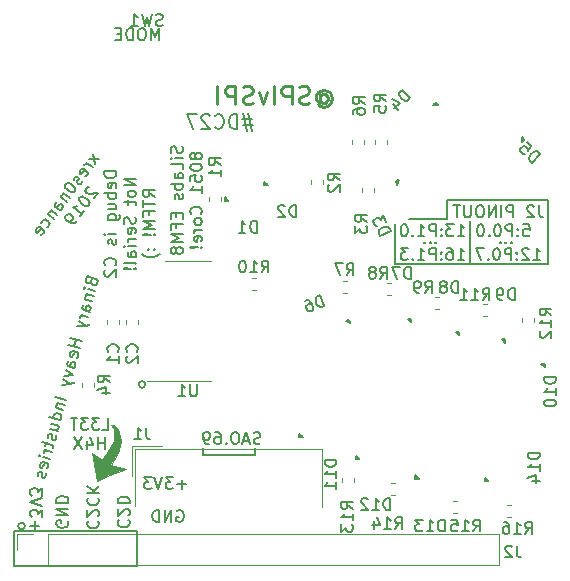
<source format=gbo>
G04 #@! TF.GenerationSoftware,KiCad,Pcbnew,(5.1.2)-1*
G04 #@! TF.CreationDate,2019-07-09T23:08:42-04:00*
G04 #@! TF.ProjectId,SPIvSPI_SAO_Black,53504976-5350-4495-9f53-414f5f426c61,0*
G04 #@! TF.SameCoordinates,PX8b5c450PY5b57ca0*
G04 #@! TF.FileFunction,Legend,Bot*
G04 #@! TF.FilePolarity,Positive*
%FSLAX46Y46*%
G04 Gerber Fmt 4.6, Leading zero omitted, Abs format (unit mm)*
G04 Created by KiCad (PCBNEW (5.1.2)-1) date 2019-07-09 23:08:42*
%MOMM*%
%LPD*%
G04 APERTURE LIST*
%ADD10C,0.150000*%
%ADD11C,0.200000*%
%ADD12C,0.250000*%
%ADD13C,0.100000*%
%ADD14C,0.120000*%
G04 APERTURE END LIST*
D10*
X13870000Y8580000D02*
X13870000Y4980000D01*
X-10968096Y-15920000D02*
X-10872858Y-15872380D01*
X-10730000Y-15872380D01*
X-10587143Y-15920000D01*
X-10491905Y-16015238D01*
X-10444286Y-16110476D01*
X-10396667Y-16300952D01*
X-10396667Y-16443809D01*
X-10444286Y-16634285D01*
X-10491905Y-16729523D01*
X-10587143Y-16824761D01*
X-10730000Y-16872380D01*
X-10825239Y-16872380D01*
X-10968096Y-16824761D01*
X-11015715Y-16777142D01*
X-11015715Y-16443809D01*
X-10825239Y-16443809D01*
X-11444286Y-16872380D02*
X-11444286Y-15872380D01*
X-12015715Y-16872380D01*
X-12015715Y-15872380D01*
X-12491905Y-16872380D02*
X-12491905Y-15872380D01*
X-12730000Y-15872380D01*
X-12872858Y-15920000D01*
X-12968096Y-16015238D01*
X-13015715Y-16110476D01*
X-13063334Y-16300952D01*
X-13063334Y-16443809D01*
X-13015715Y-16634285D01*
X-12968096Y-16729523D01*
X-12872858Y-16824761D01*
X-12730000Y-16872380D01*
X-12491905Y-16872380D01*
X-10168096Y-13691428D02*
X-10930000Y-13691428D01*
X-10549048Y-14072380D02*
X-10549048Y-13310476D01*
X-11310953Y-13072380D02*
X-11930000Y-13072380D01*
X-11596667Y-13453333D01*
X-11739524Y-13453333D01*
X-11834762Y-13500952D01*
X-11882381Y-13548571D01*
X-11930000Y-13643809D01*
X-11930000Y-13881904D01*
X-11882381Y-13977142D01*
X-11834762Y-14024761D01*
X-11739524Y-14072380D01*
X-11453810Y-14072380D01*
X-11358572Y-14024761D01*
X-11310953Y-13977142D01*
X-12215715Y-13072380D02*
X-12549048Y-14072380D01*
X-12882381Y-13072380D01*
X-13120477Y-13072380D02*
X-13739524Y-13072380D01*
X-13406191Y-13453333D01*
X-13549048Y-13453333D01*
X-13644286Y-13500952D01*
X-13691905Y-13548571D01*
X-13739524Y-13643809D01*
X-13739524Y-13881904D01*
X-13691905Y-13977142D01*
X-13644286Y-14024761D01*
X-13549048Y-14072380D01*
X-13263334Y-14072380D01*
X-13168096Y-14024761D01*
X-13120477Y-13977142D01*
X-8730000Y-11220000D02*
X-8730000Y-10620000D01*
X-4330000Y-11220000D02*
X-8730000Y-11220000D01*
X-4330000Y-10620000D02*
X-4330000Y-11220000D01*
X-14330000Y-20620000D02*
X-14330000Y-17620000D01*
X-24730000Y-20620000D02*
X-14330000Y-20620000D01*
X-24730000Y-17620000D02*
X-24730000Y-20620000D01*
X-14330000Y-17620000D02*
X-24730000Y-17620000D01*
X-18236007Y3470868D02*
X-18226985Y3320554D01*
X-18193313Y3262232D01*
X-18113645Y3191586D01*
X-17975656Y3154612D01*
X-17871338Y3175959D01*
X-17813017Y3209631D01*
X-17742371Y3289299D01*
X-17643773Y3657271D01*
X-18609699Y3916090D01*
X-18695972Y3594115D01*
X-18674625Y3489797D01*
X-18640953Y3431476D01*
X-18561285Y3360830D01*
X-18469292Y3336181D01*
X-18364975Y3357528D01*
X-18306653Y3391199D01*
X-18236007Y3470868D01*
X-18149734Y3792843D01*
X-17902592Y2691345D02*
X-18546543Y2863891D01*
X-18868518Y2950164D02*
X-18810197Y2983836D01*
X-18776525Y2925515D01*
X-18834846Y2891843D01*
X-18868518Y2950164D01*
X-18776525Y2925515D01*
X-18669790Y2403927D02*
X-18025840Y2231381D01*
X-18577797Y2379277D02*
X-18636118Y2345605D01*
X-18706764Y2265937D01*
X-18743738Y2127948D01*
X-18722391Y2023630D01*
X-18642723Y1952984D01*
X-18136762Y1817412D01*
X-18370932Y943479D02*
X-18876893Y1079051D01*
X-18956561Y1149697D01*
X-18977908Y1254015D01*
X-18928609Y1438001D01*
X-18857963Y1517669D01*
X-18416928Y955804D02*
X-18346282Y1035472D01*
X-18284659Y1265455D01*
X-18306006Y1369772D01*
X-18385674Y1440418D01*
X-18477667Y1465068D01*
X-18581984Y1443721D01*
X-18652630Y1364052D01*
X-18714254Y1134070D01*
X-18784900Y1054402D01*
X-18494179Y483515D02*
X-19138129Y656061D01*
X-18954143Y606762D02*
X-19058461Y585415D01*
X-19116782Y551743D01*
X-19187428Y472075D01*
X-19212078Y380082D01*
X-19273701Y150100D02*
X-18691374Y-252429D01*
X-19396948Y-309865D02*
X-18691374Y-252429D01*
X-18436742Y-222059D01*
X-18378421Y-188388D01*
X-18307775Y-108719D01*
X-19048791Y-1586326D02*
X-20014717Y-1327507D01*
X-19554752Y-1450754D02*
X-19702649Y-2002712D01*
X-19196688Y-2138284D02*
X-20162613Y-1879465D01*
X-19464529Y-2953896D02*
X-19393883Y-2874227D01*
X-19344584Y-2690241D01*
X-19365931Y-2585924D01*
X-19445599Y-2515278D01*
X-19813571Y-2416680D01*
X-19917889Y-2438027D01*
X-19988535Y-2517695D01*
X-20037834Y-2701681D01*
X-20016487Y-2805999D01*
X-19936818Y-2876645D01*
X-19844825Y-2901294D01*
X-19629585Y-2465979D01*
X-19652702Y-3840153D02*
X-20158663Y-3704581D01*
X-20238331Y-3633935D01*
X-20259678Y-3529618D01*
X-20210380Y-3345632D01*
X-20139734Y-3265964D01*
X-19698699Y-3827828D02*
X-19628053Y-3748160D01*
X-19566429Y-3518178D01*
X-19587776Y-3413860D01*
X-19667444Y-3343214D01*
X-19759437Y-3318565D01*
X-19863755Y-3339912D01*
X-19934401Y-3419580D01*
X-19996024Y-3649563D01*
X-20066670Y-3729231D01*
X-20395250Y-4035579D02*
X-19812923Y-4438107D01*
X-20518498Y-4495544D01*
X-20592446Y-4771522D02*
X-20010119Y-5174051D01*
X-20715693Y-5231487D02*
X-20010119Y-5174051D01*
X-19755487Y-5143681D01*
X-19697166Y-5110010D01*
X-19626520Y-5030341D01*
X-20367536Y-6507948D02*
X-21333461Y-6249129D01*
X-21134733Y-6795367D02*
X-20490783Y-6967913D01*
X-21042740Y-6820016D02*
X-21101062Y-6853688D01*
X-21171708Y-6933356D01*
X-21208682Y-7071346D01*
X-21187335Y-7175663D01*
X-21107666Y-7246309D01*
X-20601705Y-7381881D01*
X-20835875Y-8255814D02*
X-21801801Y-7996995D01*
X-20881871Y-8243489D02*
X-20811225Y-8163821D01*
X-20761927Y-7979835D01*
X-20783274Y-7875518D01*
X-20816945Y-7817196D01*
X-20896614Y-7746551D01*
X-21172592Y-7672602D01*
X-21276910Y-7693949D01*
X-21335231Y-7727621D01*
X-21405877Y-7807289D01*
X-21455176Y-7991275D01*
X-21433829Y-8095593D01*
X-21713995Y-8957201D02*
X-21070044Y-9129747D01*
X-21603073Y-8543233D02*
X-21097111Y-8678805D01*
X-21017443Y-8749451D01*
X-20996096Y-8853768D01*
X-21033070Y-8991758D01*
X-21103716Y-9071426D01*
X-21162037Y-9105098D01*
X-21226963Y-9531390D02*
X-21205616Y-9635708D01*
X-21254915Y-9819694D01*
X-21325561Y-9899362D01*
X-21429879Y-9920709D01*
X-21475875Y-9908385D01*
X-21555543Y-9837739D01*
X-21576890Y-9733421D01*
X-21539916Y-9595432D01*
X-21561263Y-9491114D01*
X-21640932Y-9420468D01*
X-21686928Y-9408143D01*
X-21791246Y-9429490D01*
X-21861892Y-9509159D01*
X-21898866Y-9647148D01*
X-21877519Y-9751466D01*
X-22009788Y-10061116D02*
X-22108386Y-10429088D01*
X-22368738Y-10112833D02*
X-21540801Y-10334677D01*
X-21461133Y-10405323D01*
X-21439786Y-10509641D01*
X-21464435Y-10601634D01*
X-21550708Y-10923609D02*
X-22194659Y-10751063D01*
X-22010673Y-10800362D02*
X-22114991Y-10821709D01*
X-22173312Y-10855381D01*
X-22243958Y-10935049D01*
X-22268607Y-11027042D01*
X-21710930Y-11521563D02*
X-22354880Y-11349017D01*
X-22676856Y-11262744D02*
X-22618534Y-11229073D01*
X-22584863Y-11287394D01*
X-22643184Y-11321065D01*
X-22676856Y-11262744D01*
X-22584863Y-11287394D01*
X-21978771Y-12337175D02*
X-21908125Y-12257507D01*
X-21858826Y-12073521D01*
X-21880173Y-11969203D01*
X-21959842Y-11898557D01*
X-22327813Y-11799960D01*
X-22432131Y-11821307D01*
X-22502777Y-11900975D01*
X-22552076Y-12084961D01*
X-22530729Y-12189278D01*
X-22451060Y-12259924D01*
X-22359068Y-12284574D01*
X-22143827Y-11849259D01*
X-22089694Y-12751143D02*
X-22068347Y-12855461D01*
X-22117645Y-13039447D01*
X-22188291Y-13119115D01*
X-22292609Y-13140462D01*
X-22338605Y-13128137D01*
X-22418274Y-13057491D01*
X-22439621Y-12953174D01*
X-22402646Y-12815184D01*
X-22423994Y-12710867D01*
X-22503662Y-12640221D01*
X-22549658Y-12627896D01*
X-22653976Y-12649243D01*
X-22724622Y-12728911D01*
X-22761596Y-12866901D01*
X-22740249Y-12971218D01*
X-17563011Y13874850D02*
X-18410671Y13857728D01*
X-18095435Y14276060D02*
X-17878248Y13456518D01*
X-18107511Y13152275D02*
X-18639934Y13553485D01*
X-18487813Y13438854D02*
X-18592532Y13458139D01*
X-18659220Y13448767D01*
X-18754566Y13401364D01*
X-18811881Y13325304D01*
X-18747356Y12382298D02*
X-18652010Y12429700D01*
X-18537378Y12581821D01*
X-18518093Y12686540D01*
X-18565496Y12781886D01*
X-18869738Y13011149D01*
X-18974456Y13030434D01*
X-19069802Y12983032D01*
X-19184433Y12830910D01*
X-19203719Y12726192D01*
X-19156316Y12630846D01*
X-19080256Y12573530D01*
X-18717617Y12896517D01*
X-19005277Y12040025D02*
X-19024562Y11935307D01*
X-19139193Y11783186D01*
X-19234539Y11735783D01*
X-19339258Y11755069D01*
X-19377288Y11783727D01*
X-19424691Y11879073D01*
X-19405405Y11983791D01*
X-19319432Y12097882D01*
X-19300146Y12202600D01*
X-19347549Y12297946D01*
X-19385579Y12326604D01*
X-19490298Y12345889D01*
X-19585644Y12298487D01*
X-19671617Y12184396D01*
X-19690903Y12079678D01*
X-20396355Y11776517D02*
X-20453670Y11700456D01*
X-20472956Y11595738D01*
X-20463583Y11529050D01*
X-20416181Y11433704D01*
X-20292718Y11281042D01*
X-20102566Y11137753D01*
X-19921787Y11061152D01*
X-19817069Y11041866D01*
X-19750381Y11051239D01*
X-19655035Y11098641D01*
X-19597719Y11174702D01*
X-19578434Y11279420D01*
X-19587806Y11346108D01*
X-19635209Y11441454D01*
X-19758672Y11594116D01*
X-19948823Y11737405D01*
X-20129602Y11814006D01*
X-20234321Y11833292D01*
X-20301009Y11823919D01*
X-20396355Y11776517D01*
X-20588669Y10967428D02*
X-20056245Y10566218D01*
X-20512608Y10910112D02*
X-20579296Y10900739D01*
X-20674642Y10853337D01*
X-20760616Y10739246D01*
X-20779901Y10634528D01*
X-20732498Y10539182D01*
X-20314166Y10223945D01*
X-20858665Y9501370D02*
X-21276998Y9816607D01*
X-21324400Y9911953D01*
X-21305115Y10016671D01*
X-21190484Y10168792D01*
X-21095138Y10216195D01*
X-20896695Y9530028D02*
X-20801349Y9577431D01*
X-20658060Y9767582D01*
X-20638774Y9872300D01*
X-20686177Y9967646D01*
X-20762238Y10024962D01*
X-20866956Y10044248D01*
X-20962302Y9996845D01*
X-21105591Y9806694D01*
X-21200937Y9759291D01*
X-21677667Y9522278D02*
X-21145243Y9121068D01*
X-21601607Y9464962D02*
X-21668295Y9455590D01*
X-21763641Y9408187D01*
X-21849614Y9294096D01*
X-21868900Y9189378D01*
X-21821497Y9094032D01*
X-21403164Y8778795D01*
X-21985694Y8084878D02*
X-21890348Y8132281D01*
X-21775716Y8284402D01*
X-21756431Y8389120D01*
X-21765803Y8455808D01*
X-21813206Y8551154D01*
X-22041388Y8723101D01*
X-22146106Y8742387D01*
X-22212794Y8733015D01*
X-22308140Y8685612D01*
X-22422771Y8533491D01*
X-22442057Y8428772D01*
X-22472877Y7438364D02*
X-22377531Y7485766D01*
X-22262900Y7637887D01*
X-22243614Y7742606D01*
X-22291017Y7837952D01*
X-22595259Y8067215D01*
X-22699978Y8086500D01*
X-22795324Y8039097D01*
X-22909955Y7886976D01*
X-22929241Y7782258D01*
X-22881838Y7686912D01*
X-22805777Y7629596D01*
X-22443138Y7952583D01*
X-18400730Y11524842D02*
X-18467418Y11515469D01*
X-18562764Y11468067D01*
X-18706053Y11277915D01*
X-18725339Y11173197D01*
X-18715967Y11106509D01*
X-18668564Y11011163D01*
X-18592503Y10953847D01*
X-18449755Y10905904D01*
X-17649497Y11018373D01*
X-18022049Y10523979D01*
X-19193237Y10631401D02*
X-19250553Y10555340D01*
X-19269838Y10450622D01*
X-19260466Y10383934D01*
X-19213063Y10288588D01*
X-19089600Y10135926D01*
X-18899449Y9992637D01*
X-18718670Y9916036D01*
X-18613951Y9896750D01*
X-18547263Y9906123D01*
X-18451917Y9953525D01*
X-18394602Y10029586D01*
X-18375316Y10134304D01*
X-18384689Y10200992D01*
X-18432091Y10296338D01*
X-18555554Y10449000D01*
X-18745706Y10592289D01*
X-18926485Y10668890D01*
X-19031203Y10688176D01*
X-19097891Y10678803D01*
X-19193237Y10631401D01*
X-19168364Y9002769D02*
X-18824469Y9459132D01*
X-18996417Y9230950D02*
X-19795052Y9832765D01*
X-19623646Y9822852D01*
X-19490269Y9841597D01*
X-19394923Y9889000D01*
X-19454942Y8622466D02*
X-19569574Y8470345D01*
X-19664920Y8422942D01*
X-19731608Y8413570D01*
X-19903014Y8423483D01*
X-20083793Y8500084D01*
X-20388035Y8729347D01*
X-20435438Y8824693D01*
X-20444810Y8891381D01*
X-20425525Y8996099D01*
X-20310894Y9148221D01*
X-20215548Y9195623D01*
X-20148859Y9204996D01*
X-20044141Y9185710D01*
X-19853990Y9042421D01*
X-19806587Y8947075D01*
X-19797215Y8880387D01*
X-19816500Y8775668D01*
X-19931132Y8623547D01*
X-20026478Y8576145D01*
X-20093166Y8566772D01*
X-20197884Y8586058D01*
D11*
X-4615715Y17237143D02*
X-5472858Y17237143D01*
X-4958572Y17751429D02*
X-4615715Y16208572D01*
X-5358572Y16722858D02*
X-4501429Y16722858D01*
X-5015715Y16208572D02*
X-5358572Y17751429D01*
X-5872858Y16437143D02*
X-5872858Y17637143D01*
X-6158572Y17637143D01*
X-6330000Y17580000D01*
X-6444286Y17465715D01*
X-6501429Y17351429D01*
X-6558572Y17122858D01*
X-6558572Y16951429D01*
X-6501429Y16722858D01*
X-6444286Y16608572D01*
X-6330000Y16494286D01*
X-6158572Y16437143D01*
X-5872858Y16437143D01*
X-7758572Y16551429D02*
X-7701429Y16494286D01*
X-7530000Y16437143D01*
X-7415715Y16437143D01*
X-7244286Y16494286D01*
X-7130000Y16608572D01*
X-7072858Y16722858D01*
X-7015715Y16951429D01*
X-7015715Y17122858D01*
X-7072858Y17351429D01*
X-7130000Y17465715D01*
X-7244286Y17580000D01*
X-7415715Y17637143D01*
X-7530000Y17637143D01*
X-7701429Y17580000D01*
X-7758572Y17522858D01*
X-8215715Y17522858D02*
X-8272858Y17580000D01*
X-8387143Y17637143D01*
X-8672858Y17637143D01*
X-8787143Y17580000D01*
X-8844286Y17522858D01*
X-8901429Y17408572D01*
X-8901429Y17294286D01*
X-8844286Y17122858D01*
X-8158572Y16437143D01*
X-8901429Y16437143D01*
X-9301429Y17637143D02*
X-10101429Y17637143D01*
X-9587143Y16437143D01*
D12*
X1162857Y19215715D02*
X1234285Y19287143D01*
X1377142Y19358572D01*
X1520000Y19358572D01*
X1662857Y19287143D01*
X1734285Y19215715D01*
X1805714Y19072858D01*
X1805714Y18930000D01*
X1734285Y18787143D01*
X1662857Y18715715D01*
X1520000Y18644286D01*
X1377142Y18644286D01*
X1234285Y18715715D01*
X1162857Y18787143D01*
X1162857Y19358572D02*
X1162857Y18787143D01*
X1091428Y18715715D01*
X1020000Y18715715D01*
X877142Y18787143D01*
X805714Y18930000D01*
X805714Y19287143D01*
X948571Y19501429D01*
X1162857Y19644286D01*
X1448571Y19715715D01*
X1734285Y19644286D01*
X1948571Y19501429D01*
X2091428Y19287143D01*
X2162857Y19001429D01*
X2091428Y18715715D01*
X1948571Y18501429D01*
X1734285Y18358572D01*
X1448571Y18287143D01*
X1162857Y18358572D01*
X948571Y18501429D01*
X234285Y18572858D02*
X20000Y18501429D01*
X-337143Y18501429D01*
X-480000Y18572858D01*
X-551429Y18644286D01*
X-622858Y18787143D01*
X-622858Y18930000D01*
X-551429Y19072858D01*
X-480000Y19144286D01*
X-337143Y19215715D01*
X-51429Y19287143D01*
X91428Y19358572D01*
X162857Y19430000D01*
X234285Y19572858D01*
X234285Y19715715D01*
X162857Y19858572D01*
X91428Y19930000D01*
X-51429Y20001429D01*
X-408572Y20001429D01*
X-622858Y19930000D01*
X-1265715Y18501429D02*
X-1265715Y20001429D01*
X-1837143Y20001429D01*
X-1980000Y19930000D01*
X-2051429Y19858572D01*
X-2122858Y19715715D01*
X-2122858Y19501429D01*
X-2051429Y19358572D01*
X-1980000Y19287143D01*
X-1837143Y19215715D01*
X-1265715Y19215715D01*
X-2765715Y18501429D02*
X-2765715Y20001429D01*
X-3337143Y19501429D02*
X-3694286Y18501429D01*
X-4051429Y19501429D01*
X-4551429Y18572858D02*
X-4765715Y18501429D01*
X-5122858Y18501429D01*
X-5265715Y18572858D01*
X-5337143Y18644286D01*
X-5408572Y18787143D01*
X-5408572Y18930000D01*
X-5337143Y19072858D01*
X-5265715Y19144286D01*
X-5122858Y19215715D01*
X-4837143Y19287143D01*
X-4694286Y19358572D01*
X-4622858Y19430000D01*
X-4551429Y19572858D01*
X-4551429Y19715715D01*
X-4622858Y19858572D01*
X-4694286Y19930000D01*
X-4837143Y20001429D01*
X-5194286Y20001429D01*
X-5408572Y19930000D01*
X-6051429Y18501429D02*
X-6051429Y20001429D01*
X-6622858Y20001429D01*
X-6765715Y19930000D01*
X-6837143Y19858572D01*
X-6908572Y19715715D01*
X-6908572Y19501429D01*
X-6837143Y19358572D01*
X-6765715Y19287143D01*
X-6622858Y19215715D01*
X-6051429Y19215715D01*
X-7551429Y18501429D02*
X-7551429Y20001429D01*
D10*
X-16127620Y12808572D02*
X-17127620Y12808572D01*
X-17127620Y12570477D01*
X-17080000Y12427620D01*
X-16984762Y12332381D01*
X-16889524Y12284762D01*
X-16699048Y12237143D01*
X-16556191Y12237143D01*
X-16365715Y12284762D01*
X-16270477Y12332381D01*
X-16175239Y12427620D01*
X-16127620Y12570477D01*
X-16127620Y12808572D01*
X-16175239Y11427620D02*
X-16127620Y11522858D01*
X-16127620Y11713334D01*
X-16175239Y11808572D01*
X-16270477Y11856191D01*
X-16651429Y11856191D01*
X-16746667Y11808572D01*
X-16794286Y11713334D01*
X-16794286Y11522858D01*
X-16746667Y11427620D01*
X-16651429Y11380000D01*
X-16556191Y11380000D01*
X-16460953Y11856191D01*
X-16127620Y10951429D02*
X-17127620Y10951429D01*
X-16746667Y10951429D02*
X-16794286Y10856191D01*
X-16794286Y10665715D01*
X-16746667Y10570477D01*
X-16699048Y10522858D01*
X-16603810Y10475239D01*
X-16318096Y10475239D01*
X-16222858Y10522858D01*
X-16175239Y10570477D01*
X-16127620Y10665715D01*
X-16127620Y10856191D01*
X-16175239Y10951429D01*
X-16794286Y9618096D02*
X-16127620Y9618096D01*
X-16794286Y10046667D02*
X-16270477Y10046667D01*
X-16175239Y9999048D01*
X-16127620Y9903810D01*
X-16127620Y9760953D01*
X-16175239Y9665715D01*
X-16222858Y9618096D01*
X-16794286Y8713334D02*
X-15984762Y8713334D01*
X-15889524Y8760953D01*
X-15841905Y8808572D01*
X-15794286Y8903810D01*
X-15794286Y9046667D01*
X-15841905Y9141905D01*
X-16175239Y8713334D02*
X-16127620Y8808572D01*
X-16127620Y8999048D01*
X-16175239Y9094286D01*
X-16222858Y9141905D01*
X-16318096Y9189524D01*
X-16603810Y9189524D01*
X-16699048Y9141905D01*
X-16746667Y9094286D01*
X-16794286Y8999048D01*
X-16794286Y8808572D01*
X-16746667Y8713334D01*
X-16127620Y7475239D02*
X-16794286Y7475239D01*
X-17127620Y7475239D02*
X-17080000Y7522858D01*
X-17032381Y7475239D01*
X-17080000Y7427620D01*
X-17127620Y7475239D01*
X-17032381Y7475239D01*
X-16175239Y7046667D02*
X-16127620Y6951429D01*
X-16127620Y6760953D01*
X-16175239Y6665715D01*
X-16270477Y6618096D01*
X-16318096Y6618096D01*
X-16413334Y6665715D01*
X-16460953Y6760953D01*
X-16460953Y6903810D01*
X-16508572Y6999048D01*
X-16603810Y7046667D01*
X-16651429Y7046667D01*
X-16746667Y6999048D01*
X-16794286Y6903810D01*
X-16794286Y6760953D01*
X-16746667Y6665715D01*
X-16222858Y4856191D02*
X-16175239Y4903810D01*
X-16127620Y5046667D01*
X-16127620Y5141905D01*
X-16175239Y5284762D01*
X-16270477Y5380000D01*
X-16365715Y5427620D01*
X-16556191Y5475239D01*
X-16699048Y5475239D01*
X-16889524Y5427620D01*
X-16984762Y5380000D01*
X-17080000Y5284762D01*
X-17127620Y5141905D01*
X-17127620Y5046667D01*
X-17080000Y4903810D01*
X-17032381Y4856191D01*
X-17032381Y4475239D02*
X-17080000Y4427620D01*
X-17127620Y4332381D01*
X-17127620Y4094286D01*
X-17080000Y3999048D01*
X-17032381Y3951429D01*
X-16937143Y3903810D01*
X-16841905Y3903810D01*
X-16699048Y3951429D01*
X-16127620Y4522858D01*
X-16127620Y3903810D01*
X-14477620Y12189524D02*
X-15477620Y12189524D01*
X-14477620Y11618096D01*
X-15477620Y11618096D01*
X-14477620Y10999048D02*
X-14525239Y11094286D01*
X-14572858Y11141905D01*
X-14668096Y11189524D01*
X-14953810Y11189524D01*
X-15049048Y11141905D01*
X-15096667Y11094286D01*
X-15144286Y10999048D01*
X-15144286Y10856191D01*
X-15096667Y10760953D01*
X-15049048Y10713334D01*
X-14953810Y10665715D01*
X-14668096Y10665715D01*
X-14572858Y10713334D01*
X-14525239Y10760953D01*
X-14477620Y10856191D01*
X-14477620Y10999048D01*
X-15144286Y10380000D02*
X-15144286Y9999048D01*
X-15477620Y10237143D02*
X-14620477Y10237143D01*
X-14525239Y10189524D01*
X-14477620Y10094286D01*
X-14477620Y9999048D01*
X-14525239Y8951429D02*
X-14477620Y8808572D01*
X-14477620Y8570477D01*
X-14525239Y8475239D01*
X-14572858Y8427620D01*
X-14668096Y8380000D01*
X-14763334Y8380000D01*
X-14858572Y8427620D01*
X-14906191Y8475239D01*
X-14953810Y8570477D01*
X-15001429Y8760953D01*
X-15049048Y8856191D01*
X-15096667Y8903810D01*
X-15191905Y8951429D01*
X-15287143Y8951429D01*
X-15382381Y8903810D01*
X-15430000Y8856191D01*
X-15477620Y8760953D01*
X-15477620Y8522858D01*
X-15430000Y8380000D01*
X-14525239Y7570477D02*
X-14477620Y7665715D01*
X-14477620Y7856191D01*
X-14525239Y7951429D01*
X-14620477Y7999048D01*
X-15001429Y7999048D01*
X-15096667Y7951429D01*
X-15144286Y7856191D01*
X-15144286Y7665715D01*
X-15096667Y7570477D01*
X-15001429Y7522858D01*
X-14906191Y7522858D01*
X-14810953Y7999048D01*
X-14477620Y7094286D02*
X-15144286Y7094286D01*
X-14953810Y7094286D02*
X-15049048Y7046667D01*
X-15096667Y6999048D01*
X-15144286Y6903810D01*
X-15144286Y6808572D01*
X-14477620Y6475239D02*
X-15144286Y6475239D01*
X-15477620Y6475239D02*
X-15430000Y6522858D01*
X-15382381Y6475239D01*
X-15430000Y6427620D01*
X-15477620Y6475239D01*
X-15382381Y6475239D01*
X-14477620Y5570477D02*
X-15001429Y5570477D01*
X-15096667Y5618096D01*
X-15144286Y5713334D01*
X-15144286Y5903810D01*
X-15096667Y5999048D01*
X-14525239Y5570477D02*
X-14477620Y5665715D01*
X-14477620Y5903810D01*
X-14525239Y5999048D01*
X-14620477Y6046667D01*
X-14715715Y6046667D01*
X-14810953Y5999048D01*
X-14858572Y5903810D01*
X-14858572Y5665715D01*
X-14906191Y5570477D01*
X-14477620Y4951429D02*
X-14525239Y5046667D01*
X-14620477Y5094286D01*
X-15477620Y5094286D01*
X-14572858Y4570477D02*
X-14525239Y4522858D01*
X-14477620Y4570477D01*
X-14525239Y4618096D01*
X-14572858Y4570477D01*
X-14477620Y4570477D01*
X-14858572Y4570477D02*
X-15430000Y4618096D01*
X-15477620Y4570477D01*
X-15430000Y4522858D01*
X-14858572Y4570477D01*
X-15477620Y4570477D01*
X-12827620Y10641905D02*
X-13303810Y10975239D01*
X-12827620Y11213334D02*
X-13827620Y11213334D01*
X-13827620Y10832381D01*
X-13780000Y10737143D01*
X-13732381Y10689524D01*
X-13637143Y10641905D01*
X-13494286Y10641905D01*
X-13399048Y10689524D01*
X-13351429Y10737143D01*
X-13303810Y10832381D01*
X-13303810Y11213334D01*
X-13827620Y10356191D02*
X-13827620Y9784762D01*
X-12827620Y10070477D02*
X-13827620Y10070477D01*
X-13351429Y9118096D02*
X-13351429Y9451429D01*
X-12827620Y9451429D02*
X-13827620Y9451429D01*
X-13827620Y8975239D01*
X-12827620Y8594286D02*
X-13827620Y8594286D01*
X-13113334Y8260953D01*
X-13827620Y7927620D01*
X-12827620Y7927620D01*
X-12922858Y7451429D02*
X-12875239Y7403810D01*
X-12827620Y7451429D01*
X-12875239Y7499048D01*
X-12922858Y7451429D01*
X-12827620Y7451429D01*
X-13208572Y7451429D02*
X-13780000Y7499048D01*
X-13827620Y7451429D01*
X-13780000Y7403810D01*
X-13208572Y7451429D01*
X-13827620Y7451429D01*
X-12922858Y6213334D02*
X-12875239Y6165715D01*
X-12827620Y6213334D01*
X-12875239Y6260953D01*
X-12922858Y6213334D01*
X-12827620Y6213334D01*
X-13446667Y6213334D02*
X-13399048Y6165715D01*
X-13351429Y6213334D01*
X-13399048Y6260953D01*
X-13446667Y6213334D01*
X-13351429Y6213334D01*
X-12446667Y5832381D02*
X-12494286Y5784762D01*
X-12637143Y5689524D01*
X-12732381Y5641905D01*
X-12875239Y5594286D01*
X-13113334Y5546667D01*
X-13303810Y5546667D01*
X-13541905Y5594286D01*
X-13684762Y5641905D01*
X-13780000Y5689524D01*
X-13922858Y5784762D01*
X-13970477Y5832381D01*
X20470000Y4980000D02*
X20470000Y10380000D01*
X7470000Y4980000D02*
X20470000Y4980000D01*
X7470000Y8380000D02*
X7470000Y4980000D01*
X11870000Y8780000D02*
X8670000Y8780000D01*
X11870000Y10380000D02*
X11870000Y8780000D01*
X20470000Y10380000D02*
X11870000Y10380000D01*
X19674761Y9927620D02*
X19674761Y9213334D01*
X19722380Y9070477D01*
X19817619Y8975239D01*
X19960476Y8927620D01*
X20055714Y8927620D01*
X19246190Y9832381D02*
X19198571Y9880000D01*
X19103333Y9927620D01*
X18865238Y9927620D01*
X18770000Y9880000D01*
X18722380Y9832381D01*
X18674761Y9737143D01*
X18674761Y9641905D01*
X18722380Y9499048D01*
X19293809Y8927620D01*
X18674761Y8927620D01*
X17484285Y8927620D02*
X17484285Y9927620D01*
X17103333Y9927620D01*
X17008095Y9880000D01*
X16960476Y9832381D01*
X16912857Y9737143D01*
X16912857Y9594286D01*
X16960476Y9499048D01*
X17008095Y9451429D01*
X17103333Y9403810D01*
X17484285Y9403810D01*
X16484285Y8927620D02*
X16484285Y9927620D01*
X16008095Y8927620D02*
X16008095Y9927620D01*
X15436666Y8927620D01*
X15436666Y9927620D01*
X14770000Y9927620D02*
X14579523Y9927620D01*
X14484285Y9880000D01*
X14389047Y9784762D01*
X14341428Y9594286D01*
X14341428Y9260953D01*
X14389047Y9070477D01*
X14484285Y8975239D01*
X14579523Y8927620D01*
X14770000Y8927620D01*
X14865238Y8975239D01*
X14960476Y9070477D01*
X15008095Y9260953D01*
X15008095Y9594286D01*
X14960476Y9784762D01*
X14865238Y9880000D01*
X14770000Y9927620D01*
X13912857Y9927620D02*
X13912857Y9118096D01*
X13865238Y9022858D01*
X13817619Y8975239D01*
X13722380Y8927620D01*
X13531904Y8927620D01*
X13436666Y8975239D01*
X13389047Y9022858D01*
X13341428Y9118096D01*
X13341428Y9927620D01*
X13008095Y9927620D02*
X12436666Y9927620D01*
X12722380Y8927620D02*
X12722380Y9927620D01*
X-13647157Y-5220000D02*
G75*
G03X-13647157Y-5220000I-282843J0D01*
G01*
X-23847157Y-17220000D02*
G75*
G03X-23847157Y-17220000I-282843J0D01*
G01*
X10946190Y6822858D02*
X10898571Y6775239D01*
X10946190Y6727620D01*
X10993809Y6775239D01*
X10946190Y6822858D01*
X10946190Y6727620D01*
X10470000Y6822858D02*
X10422380Y6775239D01*
X10470000Y6727620D01*
X10517619Y6775239D01*
X10470000Y6822858D01*
X10470000Y6727620D01*
X9993809Y6822858D02*
X9946190Y6775239D01*
X9993809Y6727620D01*
X10041428Y6775239D01*
X9993809Y6822858D01*
X9993809Y6727620D01*
X12789047Y5327620D02*
X13360476Y5327620D01*
X13074761Y5327620D02*
X13074761Y6327620D01*
X13170000Y6184762D01*
X13265238Y6089524D01*
X13360476Y6041905D01*
X11931904Y6327620D02*
X12122380Y6327620D01*
X12217619Y6280000D01*
X12265238Y6232381D01*
X12360476Y6089524D01*
X12408095Y5899048D01*
X12408095Y5518096D01*
X12360476Y5422858D01*
X12312857Y5375239D01*
X12217619Y5327620D01*
X12027142Y5327620D01*
X11931904Y5375239D01*
X11884285Y5422858D01*
X11836666Y5518096D01*
X11836666Y5756191D01*
X11884285Y5851429D01*
X11931904Y5899048D01*
X12027142Y5946667D01*
X12217619Y5946667D01*
X12312857Y5899048D01*
X12360476Y5851429D01*
X12408095Y5756191D01*
X11408095Y5422858D02*
X11360476Y5375239D01*
X11408095Y5327620D01*
X11455714Y5375239D01*
X11408095Y5422858D01*
X11408095Y5327620D01*
X11408095Y5946667D02*
X11360476Y5899048D01*
X11408095Y5851429D01*
X11455714Y5899048D01*
X11408095Y5946667D01*
X11408095Y5851429D01*
X10931904Y5327620D02*
X10931904Y6327620D01*
X10550952Y6327620D01*
X10455714Y6280000D01*
X10408095Y6232381D01*
X10360476Y6137143D01*
X10360476Y5994286D01*
X10408095Y5899048D01*
X10455714Y5851429D01*
X10550952Y5803810D01*
X10931904Y5803810D01*
X9408095Y5327620D02*
X9979523Y5327620D01*
X9693809Y5327620D02*
X9693809Y6327620D01*
X9789047Y6184762D01*
X9884285Y6089524D01*
X9979523Y6041905D01*
X8979523Y5422858D02*
X8931904Y5375239D01*
X8979523Y5327620D01*
X9027142Y5375239D01*
X8979523Y5422858D01*
X8979523Y5327620D01*
X8598571Y6327620D02*
X7979523Y6327620D01*
X8312857Y5946667D01*
X8170000Y5946667D01*
X8074761Y5899048D01*
X8027142Y5851429D01*
X7979523Y5756191D01*
X7979523Y5518096D01*
X8027142Y5422858D01*
X8074761Y5375239D01*
X8170000Y5327620D01*
X8455714Y5327620D01*
X8550952Y5375239D01*
X8598571Y5422858D01*
X12789047Y7327620D02*
X13360476Y7327620D01*
X13074761Y7327620D02*
X13074761Y8327620D01*
X13170000Y8184762D01*
X13265238Y8089524D01*
X13360476Y8041905D01*
X12455714Y8327620D02*
X11836666Y8327620D01*
X12170000Y7946667D01*
X12027142Y7946667D01*
X11931904Y7899048D01*
X11884285Y7851429D01*
X11836666Y7756191D01*
X11836666Y7518096D01*
X11884285Y7422858D01*
X11931904Y7375239D01*
X12027142Y7327620D01*
X12312857Y7327620D01*
X12408095Y7375239D01*
X12455714Y7422858D01*
X11408095Y7422858D02*
X11360476Y7375239D01*
X11408095Y7327620D01*
X11455714Y7375239D01*
X11408095Y7422858D01*
X11408095Y7327620D01*
X11408095Y7946667D02*
X11360476Y7899048D01*
X11408095Y7851429D01*
X11455714Y7899048D01*
X11408095Y7946667D01*
X11408095Y7851429D01*
X10931904Y7327620D02*
X10931904Y8327620D01*
X10550952Y8327620D01*
X10455714Y8280000D01*
X10408095Y8232381D01*
X10360476Y8137143D01*
X10360476Y7994286D01*
X10408095Y7899048D01*
X10455714Y7851429D01*
X10550952Y7803810D01*
X10931904Y7803810D01*
X9408095Y7327620D02*
X9979523Y7327620D01*
X9693809Y7327620D02*
X9693809Y8327620D01*
X9789047Y8184762D01*
X9884285Y8089524D01*
X9979523Y8041905D01*
X8979523Y7422858D02*
X8931904Y7375239D01*
X8979523Y7327620D01*
X9027142Y7375239D01*
X8979523Y7422858D01*
X8979523Y7327620D01*
X8312857Y8327620D02*
X8217619Y8327620D01*
X8122380Y8280000D01*
X8074761Y8232381D01*
X8027142Y8137143D01*
X7979523Y7946667D01*
X7979523Y7708572D01*
X8027142Y7518096D01*
X8074761Y7422858D01*
X8122380Y7375239D01*
X8217619Y7327620D01*
X8312857Y7327620D01*
X8408095Y7375239D01*
X8455714Y7422858D01*
X8503333Y7518096D01*
X8550952Y7708572D01*
X8550952Y7946667D01*
X8503333Y8137143D01*
X8455714Y8232381D01*
X8408095Y8280000D01*
X8312857Y8327620D01*
X17346190Y6822858D02*
X17298571Y6775239D01*
X17346190Y6727620D01*
X17393809Y6775239D01*
X17346190Y6822858D01*
X17346190Y6727620D01*
X16870000Y6822858D02*
X16822380Y6775239D01*
X16870000Y6727620D01*
X16917619Y6775239D01*
X16870000Y6822858D01*
X16870000Y6727620D01*
X16393809Y6822858D02*
X16346190Y6775239D01*
X16393809Y6727620D01*
X16441428Y6775239D01*
X16393809Y6822858D01*
X16393809Y6727620D01*
X19189047Y5327620D02*
X19760476Y5327620D01*
X19474761Y5327620D02*
X19474761Y6327620D01*
X19570000Y6184762D01*
X19665238Y6089524D01*
X19760476Y6041905D01*
X18808095Y6232381D02*
X18760476Y6280000D01*
X18665238Y6327620D01*
X18427142Y6327620D01*
X18331904Y6280000D01*
X18284285Y6232381D01*
X18236666Y6137143D01*
X18236666Y6041905D01*
X18284285Y5899048D01*
X18855714Y5327620D01*
X18236666Y5327620D01*
X17808095Y5422858D02*
X17760476Y5375239D01*
X17808095Y5327620D01*
X17855714Y5375239D01*
X17808095Y5422858D01*
X17808095Y5327620D01*
X17808095Y5946667D02*
X17760476Y5899048D01*
X17808095Y5851429D01*
X17855714Y5899048D01*
X17808095Y5946667D01*
X17808095Y5851429D01*
X17331904Y5327620D02*
X17331904Y6327620D01*
X16950952Y6327620D01*
X16855714Y6280000D01*
X16808095Y6232381D01*
X16760476Y6137143D01*
X16760476Y5994286D01*
X16808095Y5899048D01*
X16855714Y5851429D01*
X16950952Y5803810D01*
X17331904Y5803810D01*
X16141428Y6327620D02*
X16046190Y6327620D01*
X15950952Y6280000D01*
X15903333Y6232381D01*
X15855714Y6137143D01*
X15808095Y5946667D01*
X15808095Y5708572D01*
X15855714Y5518096D01*
X15903333Y5422858D01*
X15950952Y5375239D01*
X16046190Y5327620D01*
X16141428Y5327620D01*
X16236666Y5375239D01*
X16284285Y5422858D01*
X16331904Y5518096D01*
X16379523Y5708572D01*
X16379523Y5946667D01*
X16331904Y6137143D01*
X16284285Y6232381D01*
X16236666Y6280000D01*
X16141428Y6327620D01*
X15379523Y5422858D02*
X15331904Y5375239D01*
X15379523Y5327620D01*
X15427142Y5375239D01*
X15379523Y5422858D01*
X15379523Y5327620D01*
X14998571Y6327620D02*
X14331904Y6327620D01*
X14760476Y5327620D01*
X18360476Y8327620D02*
X18836666Y8327620D01*
X18884285Y7851429D01*
X18836666Y7899048D01*
X18741428Y7946667D01*
X18503333Y7946667D01*
X18408095Y7899048D01*
X18360476Y7851429D01*
X18312857Y7756191D01*
X18312857Y7518096D01*
X18360476Y7422858D01*
X18408095Y7375239D01*
X18503333Y7327620D01*
X18741428Y7327620D01*
X18836666Y7375239D01*
X18884285Y7422858D01*
X17884285Y7422858D02*
X17836666Y7375239D01*
X17884285Y7327620D01*
X17931904Y7375239D01*
X17884285Y7422858D01*
X17884285Y7327620D01*
X17884285Y7946667D02*
X17836666Y7899048D01*
X17884285Y7851429D01*
X17931904Y7899048D01*
X17884285Y7946667D01*
X17884285Y7851429D01*
X17408095Y7327620D02*
X17408095Y8327620D01*
X17027142Y8327620D01*
X16931904Y8280000D01*
X16884285Y8232381D01*
X16836666Y8137143D01*
X16836666Y7994286D01*
X16884285Y7899048D01*
X16931904Y7851429D01*
X17027142Y7803810D01*
X17408095Y7803810D01*
X16217619Y8327620D02*
X16122380Y8327620D01*
X16027142Y8280000D01*
X15979523Y8232381D01*
X15931904Y8137143D01*
X15884285Y7946667D01*
X15884285Y7708572D01*
X15931904Y7518096D01*
X15979523Y7422858D01*
X16027142Y7375239D01*
X16122380Y7327620D01*
X16217619Y7327620D01*
X16312857Y7375239D01*
X16360476Y7422858D01*
X16408095Y7518096D01*
X16455714Y7708572D01*
X16455714Y7946667D01*
X16408095Y8137143D01*
X16360476Y8232381D01*
X16312857Y8280000D01*
X16217619Y8327620D01*
X15455714Y7422858D02*
X15408095Y7375239D01*
X15455714Y7327620D01*
X15503333Y7375239D01*
X15455714Y7422858D01*
X15455714Y7327620D01*
X14789047Y8327620D02*
X14693809Y8327620D01*
X14598571Y8280000D01*
X14550952Y8232381D01*
X14503333Y8137143D01*
X14455714Y7946667D01*
X14455714Y7708572D01*
X14503333Y7518096D01*
X14550952Y7422858D01*
X14598571Y7375239D01*
X14693809Y7327620D01*
X14789047Y7327620D01*
X14884285Y7375239D01*
X14931904Y7422858D01*
X14979523Y7518096D01*
X15027142Y7708572D01*
X15027142Y7946667D01*
X14979523Y8137143D01*
X14931904Y8232381D01*
X14884285Y8280000D01*
X14789047Y8327620D01*
X-12520477Y23927620D02*
X-12520477Y24927620D01*
X-12853810Y24213334D01*
X-13187143Y24927620D01*
X-13187143Y23927620D01*
X-13853810Y24927620D02*
X-14044286Y24927620D01*
X-14139524Y24880000D01*
X-14234762Y24784762D01*
X-14282381Y24594286D01*
X-14282381Y24260953D01*
X-14234762Y24070477D01*
X-14139524Y23975239D01*
X-14044286Y23927620D01*
X-13853810Y23927620D01*
X-13758572Y23975239D01*
X-13663334Y24070477D01*
X-13615715Y24260953D01*
X-13615715Y24594286D01*
X-13663334Y24784762D01*
X-13758572Y24880000D01*
X-13853810Y24927620D01*
X-14710953Y23927620D02*
X-14710953Y24927620D01*
X-14949048Y24927620D01*
X-15091905Y24880000D01*
X-15187143Y24784762D01*
X-15234762Y24689524D01*
X-15282381Y24499048D01*
X-15282381Y24356191D01*
X-15234762Y24165715D01*
X-15187143Y24070477D01*
X-15091905Y23975239D01*
X-14949048Y23927620D01*
X-14710953Y23927620D01*
X-15710953Y24451429D02*
X-16044286Y24451429D01*
X-16187143Y23927620D02*
X-15710953Y23927620D01*
X-15710953Y24927620D01*
X-16187143Y24927620D01*
X-10550239Y14927620D02*
X-10502620Y14784762D01*
X-10502620Y14546667D01*
X-10550239Y14451429D01*
X-10597858Y14403810D01*
X-10693096Y14356191D01*
X-10788334Y14356191D01*
X-10883572Y14403810D01*
X-10931191Y14451429D01*
X-10978810Y14546667D01*
X-11026429Y14737143D01*
X-11074048Y14832381D01*
X-11121667Y14880000D01*
X-11216905Y14927620D01*
X-11312143Y14927620D01*
X-11407381Y14880000D01*
X-11455000Y14832381D01*
X-11502620Y14737143D01*
X-11502620Y14499048D01*
X-11455000Y14356191D01*
X-10502620Y13927620D02*
X-11169286Y13927620D01*
X-11502620Y13927620D02*
X-11455000Y13975239D01*
X-11407381Y13927620D01*
X-11455000Y13880000D01*
X-11502620Y13927620D01*
X-11407381Y13927620D01*
X-10502620Y12975239D02*
X-10502620Y13451429D01*
X-11502620Y13451429D01*
X-10502620Y12213334D02*
X-11026429Y12213334D01*
X-11121667Y12260953D01*
X-11169286Y12356191D01*
X-11169286Y12546667D01*
X-11121667Y12641905D01*
X-10550239Y12213334D02*
X-10502620Y12308572D01*
X-10502620Y12546667D01*
X-10550239Y12641905D01*
X-10645477Y12689524D01*
X-10740715Y12689524D01*
X-10835953Y12641905D01*
X-10883572Y12546667D01*
X-10883572Y12308572D01*
X-10931191Y12213334D01*
X-10502620Y11737143D02*
X-11502620Y11737143D01*
X-11121667Y11737143D02*
X-11169286Y11641905D01*
X-11169286Y11451429D01*
X-11121667Y11356191D01*
X-11074048Y11308572D01*
X-10978810Y11260953D01*
X-10693096Y11260953D01*
X-10597858Y11308572D01*
X-10550239Y11356191D01*
X-10502620Y11451429D01*
X-10502620Y11641905D01*
X-10550239Y11737143D01*
X-10550239Y10880000D02*
X-10502620Y10784762D01*
X-10502620Y10594286D01*
X-10550239Y10499048D01*
X-10645477Y10451429D01*
X-10693096Y10451429D01*
X-10788334Y10499048D01*
X-10835953Y10594286D01*
X-10835953Y10737143D01*
X-10883572Y10832381D01*
X-10978810Y10880000D01*
X-11026429Y10880000D01*
X-11121667Y10832381D01*
X-11169286Y10737143D01*
X-11169286Y10594286D01*
X-11121667Y10499048D01*
X-11026429Y9260953D02*
X-11026429Y8927620D01*
X-10502620Y8784762D02*
X-10502620Y9260953D01*
X-11502620Y9260953D01*
X-11502620Y8784762D01*
X-11026429Y8022858D02*
X-11026429Y8356191D01*
X-10502620Y8356191D02*
X-11502620Y8356191D01*
X-11502620Y7880000D01*
X-10502620Y7499048D02*
X-11502620Y7499048D01*
X-10788334Y7165715D01*
X-11502620Y6832381D01*
X-10502620Y6832381D01*
X-11074048Y6213334D02*
X-11121667Y6308572D01*
X-11169286Y6356191D01*
X-11264524Y6403810D01*
X-11312143Y6403810D01*
X-11407381Y6356191D01*
X-11455000Y6308572D01*
X-11502620Y6213334D01*
X-11502620Y6022858D01*
X-11455000Y5927620D01*
X-11407381Y5880000D01*
X-11312143Y5832381D01*
X-11264524Y5832381D01*
X-11169286Y5880000D01*
X-11121667Y5927620D01*
X-11074048Y6022858D01*
X-11074048Y6213334D01*
X-11026429Y6308572D01*
X-10978810Y6356191D01*
X-10883572Y6403810D01*
X-10693096Y6403810D01*
X-10597858Y6356191D01*
X-10550239Y6308572D01*
X-10502620Y6213334D01*
X-10502620Y6022858D01*
X-10550239Y5927620D01*
X-10597858Y5880000D01*
X-10693096Y5832381D01*
X-10883572Y5832381D01*
X-10978810Y5880000D01*
X-11026429Y5927620D01*
X-11074048Y6022858D01*
X-9424048Y14213334D02*
X-9471667Y14308572D01*
X-9519286Y14356191D01*
X-9614524Y14403810D01*
X-9662143Y14403810D01*
X-9757381Y14356191D01*
X-9805000Y14308572D01*
X-9852620Y14213334D01*
X-9852620Y14022858D01*
X-9805000Y13927620D01*
X-9757381Y13880000D01*
X-9662143Y13832381D01*
X-9614524Y13832381D01*
X-9519286Y13880000D01*
X-9471667Y13927620D01*
X-9424048Y14022858D01*
X-9424048Y14213334D01*
X-9376429Y14308572D01*
X-9328810Y14356191D01*
X-9233572Y14403810D01*
X-9043096Y14403810D01*
X-8947858Y14356191D01*
X-8900239Y14308572D01*
X-8852620Y14213334D01*
X-8852620Y14022858D01*
X-8900239Y13927620D01*
X-8947858Y13880000D01*
X-9043096Y13832381D01*
X-9233572Y13832381D01*
X-9328810Y13880000D01*
X-9376429Y13927620D01*
X-9424048Y14022858D01*
X-9852620Y13213334D02*
X-9852620Y13118096D01*
X-9805000Y13022858D01*
X-9757381Y12975239D01*
X-9662143Y12927620D01*
X-9471667Y12880000D01*
X-9233572Y12880000D01*
X-9043096Y12927620D01*
X-8947858Y12975239D01*
X-8900239Y13022858D01*
X-8852620Y13118096D01*
X-8852620Y13213334D01*
X-8900239Y13308572D01*
X-8947858Y13356191D01*
X-9043096Y13403810D01*
X-9233572Y13451429D01*
X-9471667Y13451429D01*
X-9662143Y13403810D01*
X-9757381Y13356191D01*
X-9805000Y13308572D01*
X-9852620Y13213334D01*
X-9852620Y11975239D02*
X-9852620Y12451429D01*
X-9376429Y12499048D01*
X-9424048Y12451429D01*
X-9471667Y12356191D01*
X-9471667Y12118096D01*
X-9424048Y12022858D01*
X-9376429Y11975239D01*
X-9281191Y11927620D01*
X-9043096Y11927620D01*
X-8947858Y11975239D01*
X-8900239Y12022858D01*
X-8852620Y12118096D01*
X-8852620Y12356191D01*
X-8900239Y12451429D01*
X-8947858Y12499048D01*
X-8852620Y10975239D02*
X-8852620Y11546667D01*
X-8852620Y11260953D02*
X-9852620Y11260953D01*
X-9709762Y11356191D01*
X-9614524Y11451429D01*
X-9566905Y11546667D01*
X-8947858Y9213334D02*
X-8900239Y9260953D01*
X-8852620Y9403810D01*
X-8852620Y9499048D01*
X-8900239Y9641905D01*
X-8995477Y9737143D01*
X-9090715Y9784762D01*
X-9281191Y9832381D01*
X-9424048Y9832381D01*
X-9614524Y9784762D01*
X-9709762Y9737143D01*
X-9805000Y9641905D01*
X-9852620Y9499048D01*
X-9852620Y9403810D01*
X-9805000Y9260953D01*
X-9757381Y9213334D01*
X-8852620Y8641905D02*
X-8900239Y8737143D01*
X-8947858Y8784762D01*
X-9043096Y8832381D01*
X-9328810Y8832381D01*
X-9424048Y8784762D01*
X-9471667Y8737143D01*
X-9519286Y8641905D01*
X-9519286Y8499048D01*
X-9471667Y8403810D01*
X-9424048Y8356191D01*
X-9328810Y8308572D01*
X-9043096Y8308572D01*
X-8947858Y8356191D01*
X-8900239Y8403810D01*
X-8852620Y8499048D01*
X-8852620Y8641905D01*
X-8852620Y7880000D02*
X-9519286Y7880000D01*
X-9328810Y7880000D02*
X-9424048Y7832381D01*
X-9471667Y7784762D01*
X-9519286Y7689524D01*
X-9519286Y7594286D01*
X-8900239Y6880000D02*
X-8852620Y6975239D01*
X-8852620Y7165715D01*
X-8900239Y7260953D01*
X-8995477Y7308572D01*
X-9376429Y7308572D01*
X-9471667Y7260953D01*
X-9519286Y7165715D01*
X-9519286Y6975239D01*
X-9471667Y6880000D01*
X-9376429Y6832381D01*
X-9281191Y6832381D01*
X-9185953Y7308572D01*
X-8947858Y6403810D02*
X-8900239Y6356191D01*
X-8852620Y6403810D01*
X-8900239Y6451429D01*
X-8947858Y6403810D01*
X-8852620Y6403810D01*
X-9233572Y6403810D02*
X-9805000Y6451429D01*
X-9852620Y6403810D01*
X-9805000Y6356191D01*
X-9233572Y6403810D01*
X-9852620Y6403810D01*
X-3901429Y-10224761D02*
X-4044286Y-10272380D01*
X-4282381Y-10272380D01*
X-4377620Y-10224761D01*
X-4425239Y-10177142D01*
X-4472858Y-10081904D01*
X-4472858Y-9986666D01*
X-4425239Y-9891428D01*
X-4377620Y-9843809D01*
X-4282381Y-9796190D01*
X-4091905Y-9748571D01*
X-3996667Y-9700952D01*
X-3949048Y-9653333D01*
X-3901429Y-9558095D01*
X-3901429Y-9462857D01*
X-3949048Y-9367619D01*
X-3996667Y-9320000D01*
X-4091905Y-9272380D01*
X-4330000Y-9272380D01*
X-4472858Y-9320000D01*
X-4853810Y-9986666D02*
X-5330000Y-9986666D01*
X-4758572Y-10272380D02*
X-5091905Y-9272380D01*
X-5425239Y-10272380D01*
X-5949048Y-9272380D02*
X-6139524Y-9272380D01*
X-6234762Y-9320000D01*
X-6330000Y-9415238D01*
X-6377620Y-9605714D01*
X-6377620Y-9939047D01*
X-6330000Y-10129523D01*
X-6234762Y-10224761D01*
X-6139524Y-10272380D01*
X-5949048Y-10272380D01*
X-5853810Y-10224761D01*
X-5758572Y-10129523D01*
X-5710953Y-9939047D01*
X-5710953Y-9605714D01*
X-5758572Y-9415238D01*
X-5853810Y-9320000D01*
X-5949048Y-9272380D01*
X-6806191Y-10177142D02*
X-6853810Y-10224761D01*
X-6806191Y-10272380D01*
X-6758572Y-10224761D01*
X-6806191Y-10177142D01*
X-6806191Y-10272380D01*
X-7710953Y-9272380D02*
X-7520477Y-9272380D01*
X-7425239Y-9320000D01*
X-7377620Y-9367619D01*
X-7282381Y-9510476D01*
X-7234762Y-9700952D01*
X-7234762Y-10081904D01*
X-7282381Y-10177142D01*
X-7330000Y-10224761D01*
X-7425239Y-10272380D01*
X-7615715Y-10272380D01*
X-7710953Y-10224761D01*
X-7758572Y-10177142D01*
X-7806191Y-10081904D01*
X-7806191Y-9843809D01*
X-7758572Y-9748571D01*
X-7710953Y-9700952D01*
X-7615715Y-9653333D01*
X-7425239Y-9653333D01*
X-7330000Y-9700952D01*
X-7282381Y-9748571D01*
X-7234762Y-9843809D01*
X-8282381Y-10272380D02*
X-8472858Y-10272380D01*
X-8568096Y-10224761D01*
X-8615715Y-10177142D01*
X-8710953Y-10034285D01*
X-8758572Y-9843809D01*
X-8758572Y-9462857D01*
X-8710953Y-9367619D01*
X-8663334Y-9320000D01*
X-8568096Y-9272380D01*
X-8377620Y-9272380D01*
X-8282381Y-9320000D01*
X-8234762Y-9367619D01*
X-8187143Y-9462857D01*
X-8187143Y-9700952D01*
X-8234762Y-9796190D01*
X-8282381Y-9843809D01*
X-8377620Y-9891428D01*
X-8568096Y-9891428D01*
X-8663334Y-9843809D01*
X-8710953Y-9796190D01*
X-8758572Y-9700952D01*
X-17306191Y-9047380D02*
X-16830000Y-9047380D01*
X-16830000Y-8047380D01*
X-17544286Y-8047380D02*
X-18163334Y-8047380D01*
X-17830000Y-8428333D01*
X-17972858Y-8428333D01*
X-18068096Y-8475952D01*
X-18115715Y-8523571D01*
X-18163334Y-8618809D01*
X-18163334Y-8856904D01*
X-18115715Y-8952142D01*
X-18068096Y-8999761D01*
X-17972858Y-9047380D01*
X-17687143Y-9047380D01*
X-17591905Y-8999761D01*
X-17544286Y-8952142D01*
X-18496667Y-8047380D02*
X-19115715Y-8047380D01*
X-18782381Y-8428333D01*
X-18925239Y-8428333D01*
X-19020477Y-8475952D01*
X-19068096Y-8523571D01*
X-19115715Y-8618809D01*
X-19115715Y-8856904D01*
X-19068096Y-8952142D01*
X-19020477Y-8999761D01*
X-18925239Y-9047380D01*
X-18639524Y-9047380D01*
X-18544286Y-8999761D01*
X-18496667Y-8952142D01*
X-19401429Y-8047380D02*
X-19972858Y-8047380D01*
X-19687143Y-9047380D02*
X-19687143Y-8047380D01*
X-17091905Y-10697380D02*
X-17091905Y-9697380D01*
X-17091905Y-10173571D02*
X-17663334Y-10173571D01*
X-17663334Y-10697380D02*
X-17663334Y-9697380D01*
X-18568096Y-10030714D02*
X-18568096Y-10697380D01*
X-18330000Y-9649761D02*
X-18091905Y-10364047D01*
X-18710953Y-10364047D01*
X-18996667Y-9697380D02*
X-19663334Y-10697380D01*
X-19663334Y-9697380D02*
X-18996667Y-10697380D01*
D13*
G36*
X-15930000Y-9020000D02*
G01*
X-15730000Y-10020000D01*
X-15930000Y-11020000D01*
X-16530000Y-12020000D01*
X-15330000Y-12420000D01*
X-16930000Y-13020000D01*
X-17730000Y-13420000D01*
X-18130000Y-11020000D01*
X-17330000Y-11620000D01*
X-16930000Y-11020000D01*
X-16330000Y-10020000D01*
X-16330000Y-9020000D01*
X-16530000Y-8620000D01*
X-16330000Y-8620000D01*
X-15930000Y-9020000D01*
G37*
X-15930000Y-9020000D02*
X-15730000Y-10020000D01*
X-15930000Y-11020000D01*
X-16530000Y-12020000D01*
X-15330000Y-12420000D01*
X-16930000Y-13020000D01*
X-17730000Y-13420000D01*
X-18130000Y-11020000D01*
X-17330000Y-11620000D01*
X-16930000Y-11020000D01*
X-16330000Y-10020000D01*
X-16330000Y-9020000D01*
X-16530000Y-8620000D01*
X-16330000Y-8620000D01*
X-15930000Y-9020000D01*
D10*
X-15887143Y-16686666D02*
X-15934762Y-16734285D01*
X-15982381Y-16877142D01*
X-15982381Y-16972380D01*
X-15934762Y-17115238D01*
X-15839524Y-17210476D01*
X-15744286Y-17258095D01*
X-15553810Y-17305714D01*
X-15410953Y-17305714D01*
X-15220477Y-17258095D01*
X-15125239Y-17210476D01*
X-15030000Y-17115238D01*
X-14982381Y-16972380D01*
X-14982381Y-16877142D01*
X-15030000Y-16734285D01*
X-15077620Y-16686666D01*
X-15077620Y-16305714D02*
X-15030000Y-16258095D01*
X-14982381Y-16162857D01*
X-14982381Y-15924761D01*
X-15030000Y-15829523D01*
X-15077620Y-15781904D01*
X-15172858Y-15734285D01*
X-15268096Y-15734285D01*
X-15410953Y-15781904D01*
X-15982381Y-16353333D01*
X-15982381Y-15734285D01*
X-15982381Y-15305714D02*
X-14982381Y-15305714D01*
X-14982381Y-15067619D01*
X-15030000Y-14924761D01*
X-15125239Y-14829523D01*
X-15220477Y-14781904D01*
X-15410953Y-14734285D01*
X-15553810Y-14734285D01*
X-15744286Y-14781904D01*
X-15839524Y-14829523D01*
X-15934762Y-14924761D01*
X-15982381Y-15067619D01*
X-15982381Y-15305714D01*
X-18487143Y-16786666D02*
X-18534762Y-16834285D01*
X-18582381Y-16977142D01*
X-18582381Y-17072380D01*
X-18534762Y-17215238D01*
X-18439524Y-17310476D01*
X-18344286Y-17358095D01*
X-18153810Y-17405714D01*
X-18010953Y-17405714D01*
X-17820477Y-17358095D01*
X-17725239Y-17310476D01*
X-17630000Y-17215238D01*
X-17582381Y-17072380D01*
X-17582381Y-16977142D01*
X-17630000Y-16834285D01*
X-17677620Y-16786666D01*
X-17677620Y-16405714D02*
X-17630000Y-16358095D01*
X-17582381Y-16262857D01*
X-17582381Y-16024761D01*
X-17630000Y-15929523D01*
X-17677620Y-15881904D01*
X-17772858Y-15834285D01*
X-17868096Y-15834285D01*
X-18010953Y-15881904D01*
X-18582381Y-16453333D01*
X-18582381Y-15834285D01*
X-18487143Y-14834285D02*
X-18534762Y-14881904D01*
X-18582381Y-15024761D01*
X-18582381Y-15120000D01*
X-18534762Y-15262857D01*
X-18439524Y-15358095D01*
X-18344286Y-15405714D01*
X-18153810Y-15453333D01*
X-18010953Y-15453333D01*
X-17820477Y-15405714D01*
X-17725239Y-15358095D01*
X-17630000Y-15262857D01*
X-17582381Y-15120000D01*
X-17582381Y-15024761D01*
X-17630000Y-14881904D01*
X-17677620Y-14834285D01*
X-18582381Y-14405714D02*
X-17582381Y-14405714D01*
X-18582381Y-13834285D02*
X-18010953Y-14262857D01*
X-17582381Y-13834285D02*
X-18153810Y-14405714D01*
X-23001429Y-17581904D02*
X-23001429Y-16820000D01*
X-23382381Y-17200952D02*
X-22620477Y-17200952D01*
X-22382381Y-16439047D02*
X-22382381Y-15820000D01*
X-22763334Y-16153333D01*
X-22763334Y-16010476D01*
X-22810953Y-15915238D01*
X-22858572Y-15867619D01*
X-22953810Y-15820000D01*
X-23191905Y-15820000D01*
X-23287143Y-15867619D01*
X-23334762Y-15915238D01*
X-23382381Y-16010476D01*
X-23382381Y-16296190D01*
X-23334762Y-16391428D01*
X-23287143Y-16439047D01*
X-22382381Y-15534285D02*
X-23382381Y-15200952D01*
X-22382381Y-14867619D01*
X-22382381Y-14629523D02*
X-22382381Y-14010476D01*
X-22763334Y-14343809D01*
X-22763334Y-14200952D01*
X-22810953Y-14105714D01*
X-22858572Y-14058095D01*
X-22953810Y-14010476D01*
X-23191905Y-14010476D01*
X-23287143Y-14058095D01*
X-23334762Y-14105714D01*
X-23382381Y-14200952D01*
X-23382381Y-14486666D01*
X-23334762Y-14581904D01*
X-23287143Y-14629523D01*
X-20230000Y-16781904D02*
X-20182381Y-16877142D01*
X-20182381Y-17020000D01*
X-20230000Y-17162857D01*
X-20325239Y-17258095D01*
X-20420477Y-17305714D01*
X-20610953Y-17353333D01*
X-20753810Y-17353333D01*
X-20944286Y-17305714D01*
X-21039524Y-17258095D01*
X-21134762Y-17162857D01*
X-21182381Y-17020000D01*
X-21182381Y-16924761D01*
X-21134762Y-16781904D01*
X-21087143Y-16734285D01*
X-20753810Y-16734285D01*
X-20753810Y-16924761D01*
X-21182381Y-16305714D02*
X-20182381Y-16305714D01*
X-21182381Y-15734285D01*
X-20182381Y-15734285D01*
X-21182381Y-15258095D02*
X-20182381Y-15258095D01*
X-20182381Y-15020000D01*
X-20230000Y-14877142D01*
X-20325239Y-14781904D01*
X-20420477Y-14734285D01*
X-20610953Y-14686666D01*
X-20753810Y-14686666D01*
X-20944286Y-14734285D01*
X-21039524Y-14781904D01*
X-21134762Y-14877142D01*
X-21182381Y-15020000D01*
X-21182381Y-15258095D01*
X15080000Y-13130000D02*
X15380000Y-13430000D01*
X15080000Y-13430000D02*
X15080000Y-13130000D01*
X15380000Y-13430000D02*
X15080000Y-13430000D01*
X9220000Y-12900000D02*
X9520000Y-13200000D01*
X9220000Y-13200000D02*
X9220000Y-12900000D01*
X9520000Y-13200000D02*
X9220000Y-13200000D01*
X4150000Y-11250000D02*
X4450000Y-11550000D01*
X4150000Y-11550000D02*
X4150000Y-11250000D01*
X4450000Y-11550000D02*
X4150000Y-11550000D01*
X-610000Y-9400000D02*
X-310000Y-9700000D01*
X-610000Y-9700000D02*
X-610000Y-9400000D01*
X-310000Y-9700000D02*
X-610000Y-9700000D01*
X20170000Y-3760000D02*
X19870000Y-3460000D01*
X20170000Y-3460000D02*
X20170000Y-3760000D01*
X19870000Y-3460000D02*
X20170000Y-3460000D01*
X16830000Y-1700000D02*
X16530000Y-1400000D01*
X16830000Y-1400000D02*
X16830000Y-1700000D01*
X16530000Y-1400000D02*
X16830000Y-1400000D01*
X12930000Y-1070000D02*
X12630000Y-770000D01*
X12930000Y-770000D02*
X12930000Y-1070000D01*
X12630000Y-770000D02*
X12930000Y-770000D01*
X8860000Y40000D02*
X8560000Y340000D01*
X8860000Y340000D02*
X8860000Y40000D01*
X8560000Y340000D02*
X8860000Y340000D01*
X3693466Y-44057D02*
X3308953Y135245D01*
X3590860Y237851D02*
X3693466Y-44057D01*
X3308953Y135245D02*
X3590860Y237851D01*
X18248990Y15263425D02*
X18226785Y15687107D01*
X18449729Y15486368D02*
X18248990Y15263425D01*
X18226785Y15687107D02*
X18449729Y15486368D01*
X11129899Y18395685D02*
X10705635Y18395685D01*
X10917767Y18607817D02*
X11129899Y18395685D01*
X10705635Y18395685D02*
X10917767Y18607817D01*
X7812396Y12094417D02*
X7667289Y11695739D01*
X7540503Y11967631D02*
X7812396Y12094417D01*
X7667289Y11695739D02*
X7540503Y11967631D01*
X-3570000Y11950000D02*
X-3270000Y11650000D01*
X-3570000Y11650000D02*
X-3570000Y11950000D01*
X-3270000Y11650000D02*
X-3570000Y11650000D01*
X-6910000Y10640000D02*
X-6610000Y10340000D01*
X-6910000Y10340000D02*
X-6910000Y10640000D01*
X-6610000Y10340000D02*
X-6910000Y10340000D01*
D14*
X-14760000Y-10465000D02*
X-14760000Y-13005000D01*
X-14760000Y-10465000D02*
X-12220000Y-10465000D01*
X-14510000Y-10715000D02*
X-14510000Y-15520000D01*
X1270000Y-10715000D02*
X-14510000Y-10715000D01*
X1270000Y-15570000D02*
X1270000Y-10715000D01*
X400000Y11708733D02*
X400000Y12051267D01*
X1420000Y11708733D02*
X1420000Y12051267D01*
X-10050000Y-4930000D02*
X-13500000Y-4930000D01*
X-10050000Y-4930000D02*
X-8100000Y-4930000D01*
X-10050000Y5190000D02*
X-12000000Y5190000D01*
X-10050000Y5190000D02*
X-8100000Y5190000D01*
X17326267Y-16460000D02*
X16983733Y-16460000D01*
X17326267Y-15440000D02*
X16983733Y-15440000D01*
X12731267Y-16150000D02*
X12388733Y-16150000D01*
X12731267Y-15130000D02*
X12388733Y-15130000D01*
X7521267Y-14560000D02*
X7178733Y-14560000D01*
X7521267Y-13540000D02*
X7178733Y-13540000D01*
X3980000Y-13123733D02*
X3980000Y-13466267D01*
X2960000Y-13123733D02*
X2960000Y-13466267D01*
X18220000Y98733D02*
X18220000Y441267D01*
X19240000Y98733D02*
X19240000Y441267D01*
X15281267Y590000D02*
X14938733Y590000D01*
X15281267Y1610000D02*
X14938733Y1610000D01*
X-4283733Y2770000D02*
X-4626267Y2770000D01*
X-4283733Y3790000D02*
X-4626267Y3790000D01*
X11246267Y1180000D02*
X10903733Y1180000D01*
X11246267Y2200000D02*
X10903733Y2200000D01*
X7111267Y2350000D02*
X6768733Y2350000D01*
X7111267Y3370000D02*
X6768733Y3370000D01*
X3387967Y2530900D02*
X3045433Y2530900D01*
X3387967Y3550900D02*
X3045433Y3550900D01*
X4870000Y15501267D02*
X4870000Y15158733D01*
X3850000Y15501267D02*
X3850000Y15158733D01*
X6800000Y15501267D02*
X6800000Y15158733D01*
X5780000Y15501267D02*
X5780000Y15158733D01*
X-19040000Y-5466267D02*
X-19040000Y-5123733D01*
X-18020000Y-5466267D02*
X-18020000Y-5123733D01*
X4670000Y11078733D02*
X4670000Y11421267D01*
X5690000Y11078733D02*
X5690000Y11421267D01*
X-8290000Y10278733D02*
X-8290000Y10621267D01*
X-7270000Y10278733D02*
X-7270000Y10621267D01*
X-24480000Y-17880000D02*
X-24480000Y-19210000D01*
X-23150000Y-17880000D02*
X-24480000Y-17880000D01*
X-21880000Y-17880000D02*
X-21880000Y-20540000D01*
X-21880000Y-20540000D02*
X16280000Y-20540000D01*
X-21880000Y-17880000D02*
X16280000Y-17880000D01*
X16280000Y-17880000D02*
X16280000Y-20540000D01*
X-14230000Y271267D02*
X-14230000Y-71267D01*
X-15250000Y271267D02*
X-15250000Y-71267D01*
X-15910000Y271267D02*
X-15910000Y-71267D01*
X-16930000Y271267D02*
X-16930000Y-71267D01*
D10*
X19722380Y-11005714D02*
X18722380Y-11005714D01*
X18722380Y-11243809D01*
X18770000Y-11386666D01*
X18865238Y-11481904D01*
X18960476Y-11529523D01*
X19150952Y-11577142D01*
X19293809Y-11577142D01*
X19484285Y-11529523D01*
X19579523Y-11481904D01*
X19674761Y-11386666D01*
X19722380Y-11243809D01*
X19722380Y-11005714D01*
X19722380Y-12529523D02*
X19722380Y-11958095D01*
X19722380Y-12243809D02*
X18722380Y-12243809D01*
X18865238Y-12148571D01*
X18960476Y-12053333D01*
X19008095Y-11958095D01*
X19055714Y-13386666D02*
X19722380Y-13386666D01*
X18674761Y-13148571D02*
X19389047Y-12910476D01*
X19389047Y-13529523D01*
X11684285Y-17672380D02*
X11684285Y-16672380D01*
X11446190Y-16672380D01*
X11303333Y-16720000D01*
X11208095Y-16815238D01*
X11160476Y-16910476D01*
X11112857Y-17100952D01*
X11112857Y-17243809D01*
X11160476Y-17434285D01*
X11208095Y-17529523D01*
X11303333Y-17624761D01*
X11446190Y-17672380D01*
X11684285Y-17672380D01*
X10160476Y-17672380D02*
X10731904Y-17672380D01*
X10446190Y-17672380D02*
X10446190Y-16672380D01*
X10541428Y-16815238D01*
X10636666Y-16910476D01*
X10731904Y-16958095D01*
X9827142Y-16672380D02*
X9208095Y-16672380D01*
X9541428Y-17053333D01*
X9398571Y-17053333D01*
X9303333Y-17100952D01*
X9255714Y-17148571D01*
X9208095Y-17243809D01*
X9208095Y-17481904D01*
X9255714Y-17577142D01*
X9303333Y-17624761D01*
X9398571Y-17672380D01*
X9684285Y-17672380D01*
X9779523Y-17624761D01*
X9827142Y-17577142D01*
X7084285Y-15872380D02*
X7084285Y-14872380D01*
X6846190Y-14872380D01*
X6703333Y-14920000D01*
X6608095Y-15015238D01*
X6560476Y-15110476D01*
X6512857Y-15300952D01*
X6512857Y-15443809D01*
X6560476Y-15634285D01*
X6608095Y-15729523D01*
X6703333Y-15824761D01*
X6846190Y-15872380D01*
X7084285Y-15872380D01*
X5560476Y-15872380D02*
X6131904Y-15872380D01*
X5846190Y-15872380D02*
X5846190Y-14872380D01*
X5941428Y-15015238D01*
X6036666Y-15110476D01*
X6131904Y-15158095D01*
X5179523Y-14967619D02*
X5131904Y-14920000D01*
X5036666Y-14872380D01*
X4798571Y-14872380D01*
X4703333Y-14920000D01*
X4655714Y-14967619D01*
X4608095Y-15062857D01*
X4608095Y-15158095D01*
X4655714Y-15300952D01*
X5227142Y-15872380D01*
X4608095Y-15872380D01*
X2522380Y-11605714D02*
X1522380Y-11605714D01*
X1522380Y-11843809D01*
X1570000Y-11986666D01*
X1665238Y-12081904D01*
X1760476Y-12129523D01*
X1950952Y-12177142D01*
X2093809Y-12177142D01*
X2284285Y-12129523D01*
X2379523Y-12081904D01*
X2474761Y-11986666D01*
X2522380Y-11843809D01*
X2522380Y-11605714D01*
X2522380Y-13129523D02*
X2522380Y-12558095D01*
X2522380Y-12843809D02*
X1522380Y-12843809D01*
X1665238Y-12748571D01*
X1760476Y-12653333D01*
X1808095Y-12558095D01*
X2522380Y-14081904D02*
X2522380Y-13510476D01*
X2522380Y-13796190D02*
X1522380Y-13796190D01*
X1665238Y-13700952D01*
X1760476Y-13605714D01*
X1808095Y-13510476D01*
X21122380Y-4605714D02*
X20122380Y-4605714D01*
X20122380Y-4843809D01*
X20170000Y-4986666D01*
X20265238Y-5081904D01*
X20360476Y-5129523D01*
X20550952Y-5177142D01*
X20693809Y-5177142D01*
X20884285Y-5129523D01*
X20979523Y-5081904D01*
X21074761Y-4986666D01*
X21122380Y-4843809D01*
X21122380Y-4605714D01*
X21122380Y-6129523D02*
X21122380Y-5558095D01*
X21122380Y-5843809D02*
X20122380Y-5843809D01*
X20265238Y-5748571D01*
X20360476Y-5653333D01*
X20408095Y-5558095D01*
X20122380Y-6748571D02*
X20122380Y-6843809D01*
X20170000Y-6939047D01*
X20217619Y-6986666D01*
X20312857Y-7034285D01*
X20503333Y-7081904D01*
X20741428Y-7081904D01*
X20931904Y-7034285D01*
X21027142Y-6986666D01*
X21074761Y-6939047D01*
X21122380Y-6843809D01*
X21122380Y-6748571D01*
X21074761Y-6653333D01*
X21027142Y-6605714D01*
X20931904Y-6558095D01*
X20741428Y-6510476D01*
X20503333Y-6510476D01*
X20312857Y-6558095D01*
X20217619Y-6605714D01*
X20170000Y-6653333D01*
X20122380Y-6748571D01*
X17608095Y1927620D02*
X17608095Y2927620D01*
X17370000Y2927620D01*
X17227142Y2880000D01*
X17131904Y2784762D01*
X17084285Y2689524D01*
X17036666Y2499048D01*
X17036666Y2356191D01*
X17084285Y2165715D01*
X17131904Y2070477D01*
X17227142Y1975239D01*
X17370000Y1927620D01*
X17608095Y1927620D01*
X16560476Y1927620D02*
X16370000Y1927620D01*
X16274761Y1975239D01*
X16227142Y2022858D01*
X16131904Y2165715D01*
X16084285Y2356191D01*
X16084285Y2737143D01*
X16131904Y2832381D01*
X16179523Y2880000D01*
X16274761Y2927620D01*
X16465238Y2927620D01*
X16560476Y2880000D01*
X16608095Y2832381D01*
X16655714Y2737143D01*
X16655714Y2499048D01*
X16608095Y2403810D01*
X16560476Y2356191D01*
X16465238Y2308572D01*
X16274761Y2308572D01*
X16179523Y2356191D01*
X16131904Y2403810D01*
X16084285Y2499048D01*
X12808095Y2527620D02*
X12808095Y3527620D01*
X12570000Y3527620D01*
X12427142Y3480000D01*
X12331904Y3384762D01*
X12284285Y3289524D01*
X12236666Y3099048D01*
X12236666Y2956191D01*
X12284285Y2765715D01*
X12331904Y2670477D01*
X12427142Y2575239D01*
X12570000Y2527620D01*
X12808095Y2527620D01*
X11665238Y3099048D02*
X11760476Y3146667D01*
X11808095Y3194286D01*
X11855714Y3289524D01*
X11855714Y3337143D01*
X11808095Y3432381D01*
X11760476Y3480000D01*
X11665238Y3527620D01*
X11474761Y3527620D01*
X11379523Y3480000D01*
X11331904Y3432381D01*
X11284285Y3337143D01*
X11284285Y3289524D01*
X11331904Y3194286D01*
X11379523Y3146667D01*
X11474761Y3099048D01*
X11665238Y3099048D01*
X11760476Y3051429D01*
X11808095Y3003810D01*
X11855714Y2908572D01*
X11855714Y2718096D01*
X11808095Y2622858D01*
X11760476Y2575239D01*
X11665238Y2527620D01*
X11474761Y2527620D01*
X11379523Y2575239D01*
X11331904Y2622858D01*
X11284285Y2718096D01*
X11284285Y2908572D01*
X11331904Y3003810D01*
X11379523Y3051429D01*
X11474761Y3099048D01*
X8808095Y3727620D02*
X8808095Y4727620D01*
X8570000Y4727620D01*
X8427142Y4680000D01*
X8331904Y4584762D01*
X8284285Y4489524D01*
X8236666Y4299048D01*
X8236666Y4156191D01*
X8284285Y3965715D01*
X8331904Y3870477D01*
X8427142Y3775239D01*
X8570000Y3727620D01*
X8808095Y3727620D01*
X7903333Y4727620D02*
X7236666Y4727620D01*
X7665238Y3727620D01*
X1518306Y1407345D02*
X1176285Y2347038D01*
X952549Y2265604D01*
X834594Y2171997D01*
X777673Y2049929D01*
X765499Y1944148D01*
X785898Y1748872D01*
X834758Y1614630D01*
X944652Y1451928D01*
X1021973Y1378720D01*
X1144041Y1321799D01*
X1294569Y1325912D01*
X1518306Y1407345D01*
X-166133Y1858437D02*
X12856Y1923584D01*
X118638Y1911410D01*
X179672Y1882949D01*
X318026Y1781281D01*
X427920Y1618579D01*
X558213Y1260600D01*
X546040Y1154819D01*
X517579Y1093785D01*
X444371Y1016465D01*
X265382Y951318D01*
X159601Y963492D01*
X98567Y991953D01*
X21246Y1065160D01*
X-60187Y1288897D01*
X-48013Y1394678D01*
X-19553Y1455712D01*
X53655Y1533033D01*
X232644Y1598179D01*
X338426Y1586005D01*
X399460Y1557545D01*
X476780Y1484337D01*
X19115809Y13549934D02*
X19784940Y14293079D01*
X19608001Y14452395D01*
X19469974Y14512598D01*
X19335471Y14505549D01*
X19236357Y14466636D01*
X19073515Y14356948D01*
X18977925Y14250785D01*
X18885860Y14077370D01*
X18857521Y13974731D01*
X18864570Y13840229D01*
X18938870Y13709251D01*
X19115809Y13549934D01*
X18687917Y15280843D02*
X19041795Y14962209D01*
X18758549Y14576467D01*
X18755025Y14643719D01*
X18716112Y14742833D01*
X18539173Y14902150D01*
X18436534Y14930489D01*
X18369283Y14926964D01*
X18270168Y14888052D01*
X18110852Y14711113D01*
X18082513Y14608474D01*
X18086037Y14541223D01*
X18124949Y14442108D01*
X18301889Y14282791D01*
X18404528Y14254452D01*
X18471779Y14257977D01*
X8789712Y19021980D02*
X8082606Y19729087D01*
X7914247Y19560728D01*
X7846903Y19426041D01*
X7846903Y19291354D01*
X7880575Y19190339D01*
X7981590Y19021980D01*
X8082606Y18920965D01*
X8250964Y18819949D01*
X8351980Y18786278D01*
X8486667Y18786278D01*
X8621354Y18853621D01*
X8789712Y19021980D01*
X7308155Y18483232D02*
X7779560Y18011827D01*
X7207140Y18920965D02*
X7880575Y18584247D01*
X7442842Y18146514D01*
X6227352Y7319875D02*
X7133659Y7742493D01*
X7033036Y7958280D01*
X6929504Y8067628D01*
X6802940Y8113694D01*
X6696500Y8116602D01*
X6503746Y8079261D01*
X6374273Y8018887D01*
X6221768Y7895231D01*
X6155577Y7811824D01*
X6109512Y7685259D01*
X6126728Y7535662D01*
X6227352Y7319875D01*
X6751291Y8562486D02*
X6489670Y9123533D01*
X6285282Y8660433D01*
X6224908Y8789906D01*
X6141501Y8856096D01*
X6078219Y8879129D01*
X5971780Y8882037D01*
X5755992Y8781414D01*
X5689802Y8698007D01*
X5666769Y8634725D01*
X5663861Y8528285D01*
X5784609Y8269340D01*
X5868016Y8203150D01*
X5931298Y8180117D01*
X-881905Y8947620D02*
X-881905Y9947620D01*
X-1120000Y9947620D01*
X-1262858Y9900000D01*
X-1358096Y9804762D01*
X-1405715Y9709524D01*
X-1453334Y9519048D01*
X-1453334Y9376191D01*
X-1405715Y9185715D01*
X-1358096Y9090477D01*
X-1262858Y8995239D01*
X-1120000Y8947620D01*
X-881905Y8947620D01*
X-1834286Y9852381D02*
X-1881905Y9900000D01*
X-1977143Y9947620D01*
X-2215239Y9947620D01*
X-2310477Y9900000D01*
X-2358096Y9852381D01*
X-2405715Y9757143D01*
X-2405715Y9661905D01*
X-2358096Y9519048D01*
X-1786667Y8947620D01*
X-2405715Y8947620D01*
X-4221905Y7637620D02*
X-4221905Y8637620D01*
X-4460000Y8637620D01*
X-4602858Y8590000D01*
X-4698096Y8494762D01*
X-4745715Y8399524D01*
X-4793334Y8209048D01*
X-4793334Y8066191D01*
X-4745715Y7875715D01*
X-4698096Y7780477D01*
X-4602858Y7685239D01*
X-4460000Y7637620D01*
X-4221905Y7637620D01*
X-5745715Y7637620D02*
X-5174286Y7637620D01*
X-5460000Y7637620D02*
X-5460000Y8637620D01*
X-5364762Y8494762D01*
X-5269524Y8399524D01*
X-5174286Y8351905D01*
X-13596667Y-8872380D02*
X-13596667Y-9586666D01*
X-13549048Y-9729523D01*
X-13453810Y-9824761D01*
X-13310953Y-9872380D01*
X-13215715Y-9872380D01*
X-14596667Y-9872380D02*
X-14025239Y-9872380D01*
X-14310953Y-9872380D02*
X-14310953Y-8872380D01*
X-14215715Y-9015238D01*
X-14120477Y-9110476D01*
X-14025239Y-9158095D01*
X-12196667Y25175239D02*
X-12339524Y25127620D01*
X-12577620Y25127620D01*
X-12672858Y25175239D01*
X-12720477Y25222858D01*
X-12768096Y25318096D01*
X-12768096Y25413334D01*
X-12720477Y25508572D01*
X-12672858Y25556191D01*
X-12577620Y25603810D01*
X-12387143Y25651429D01*
X-12291905Y25699048D01*
X-12244286Y25746667D01*
X-12196667Y25841905D01*
X-12196667Y25937143D01*
X-12244286Y26032381D01*
X-12291905Y26080000D01*
X-12387143Y26127620D01*
X-12625239Y26127620D01*
X-12768096Y26080000D01*
X-13101429Y26127620D02*
X-13339524Y25127620D01*
X-13530000Y25841905D01*
X-13720477Y25127620D01*
X-13958572Y26127620D01*
X-14863334Y25127620D02*
X-14291905Y25127620D01*
X-14577620Y25127620D02*
X-14577620Y26127620D01*
X-14482381Y25984762D01*
X-14387143Y25889524D01*
X-14291905Y25841905D01*
X2792380Y12046667D02*
X2316190Y12380000D01*
X2792380Y12618096D02*
X1792380Y12618096D01*
X1792380Y12237143D01*
X1840000Y12141905D01*
X1887619Y12094286D01*
X1982857Y12046667D01*
X2125714Y12046667D01*
X2220952Y12094286D01*
X2268571Y12141905D01*
X2316190Y12237143D01*
X2316190Y12618096D01*
X1887619Y11665715D02*
X1840000Y11618096D01*
X1792380Y11522858D01*
X1792380Y11284762D01*
X1840000Y11189524D01*
X1887619Y11141905D01*
X1982857Y11094286D01*
X2078095Y11094286D01*
X2220952Y11141905D01*
X2792380Y11713334D01*
X2792380Y11094286D01*
X-9288096Y-5222380D02*
X-9288096Y-6031904D01*
X-9335715Y-6127142D01*
X-9383334Y-6174761D01*
X-9478572Y-6222380D01*
X-9669048Y-6222380D01*
X-9764286Y-6174761D01*
X-9811905Y-6127142D01*
X-9859524Y-6031904D01*
X-9859524Y-5222380D01*
X-10859524Y-6222380D02*
X-10288096Y-6222380D01*
X-10573810Y-6222380D02*
X-10573810Y-5222380D01*
X-10478572Y-5365238D01*
X-10383334Y-5460476D01*
X-10288096Y-5508095D01*
X18512857Y-17872380D02*
X18846190Y-17396190D01*
X19084285Y-17872380D02*
X19084285Y-16872380D01*
X18703333Y-16872380D01*
X18608095Y-16920000D01*
X18560476Y-16967619D01*
X18512857Y-17062857D01*
X18512857Y-17205714D01*
X18560476Y-17300952D01*
X18608095Y-17348571D01*
X18703333Y-17396190D01*
X19084285Y-17396190D01*
X17560476Y-17872380D02*
X18131904Y-17872380D01*
X17846190Y-17872380D02*
X17846190Y-16872380D01*
X17941428Y-17015238D01*
X18036666Y-17110476D01*
X18131904Y-17158095D01*
X16703333Y-16872380D02*
X16893809Y-16872380D01*
X16989047Y-16920000D01*
X17036666Y-16967619D01*
X17131904Y-17110476D01*
X17179523Y-17300952D01*
X17179523Y-17681904D01*
X17131904Y-17777142D01*
X17084285Y-17824761D01*
X16989047Y-17872380D01*
X16798571Y-17872380D01*
X16703333Y-17824761D01*
X16655714Y-17777142D01*
X16608095Y-17681904D01*
X16608095Y-17443809D01*
X16655714Y-17348571D01*
X16703333Y-17300952D01*
X16798571Y-17253333D01*
X16989047Y-17253333D01*
X17084285Y-17300952D01*
X17131904Y-17348571D01*
X17179523Y-17443809D01*
X14112857Y-17672380D02*
X14446190Y-17196190D01*
X14684285Y-17672380D02*
X14684285Y-16672380D01*
X14303333Y-16672380D01*
X14208095Y-16720000D01*
X14160476Y-16767619D01*
X14112857Y-16862857D01*
X14112857Y-17005714D01*
X14160476Y-17100952D01*
X14208095Y-17148571D01*
X14303333Y-17196190D01*
X14684285Y-17196190D01*
X13160476Y-17672380D02*
X13731904Y-17672380D01*
X13446190Y-17672380D02*
X13446190Y-16672380D01*
X13541428Y-16815238D01*
X13636666Y-16910476D01*
X13731904Y-16958095D01*
X12255714Y-16672380D02*
X12731904Y-16672380D01*
X12779523Y-17148571D01*
X12731904Y-17100952D01*
X12636666Y-17053333D01*
X12398571Y-17053333D01*
X12303333Y-17100952D01*
X12255714Y-17148571D01*
X12208095Y-17243809D01*
X12208095Y-17481904D01*
X12255714Y-17577142D01*
X12303333Y-17624761D01*
X12398571Y-17672380D01*
X12636666Y-17672380D01*
X12731904Y-17624761D01*
X12779523Y-17577142D01*
X7512857Y-17472380D02*
X7846190Y-16996190D01*
X8084285Y-17472380D02*
X8084285Y-16472380D01*
X7703333Y-16472380D01*
X7608095Y-16520000D01*
X7560476Y-16567619D01*
X7512857Y-16662857D01*
X7512857Y-16805714D01*
X7560476Y-16900952D01*
X7608095Y-16948571D01*
X7703333Y-16996190D01*
X8084285Y-16996190D01*
X6560476Y-17472380D02*
X7131904Y-17472380D01*
X6846190Y-17472380D02*
X6846190Y-16472380D01*
X6941428Y-16615238D01*
X7036666Y-16710476D01*
X7131904Y-16758095D01*
X5703333Y-16805714D02*
X5703333Y-17472380D01*
X5941428Y-16424761D02*
X6179523Y-17139047D01*
X5560476Y-17139047D01*
X3922380Y-15777142D02*
X3446190Y-15443809D01*
X3922380Y-15205714D02*
X2922380Y-15205714D01*
X2922380Y-15586666D01*
X2970000Y-15681904D01*
X3017619Y-15729523D01*
X3112857Y-15777142D01*
X3255714Y-15777142D01*
X3350952Y-15729523D01*
X3398571Y-15681904D01*
X3446190Y-15586666D01*
X3446190Y-15205714D01*
X3922380Y-16729523D02*
X3922380Y-16158095D01*
X3922380Y-16443809D02*
X2922380Y-16443809D01*
X3065238Y-16348571D01*
X3160476Y-16253333D01*
X3208095Y-16158095D01*
X2922380Y-17062857D02*
X2922380Y-17681904D01*
X3303333Y-17348571D01*
X3303333Y-17491428D01*
X3350952Y-17586666D01*
X3398571Y-17634285D01*
X3493809Y-17681904D01*
X3731904Y-17681904D01*
X3827142Y-17634285D01*
X3874761Y-17586666D01*
X3922380Y-17491428D01*
X3922380Y-17205714D01*
X3874761Y-17110476D01*
X3827142Y-17062857D01*
X20722380Y622858D02*
X20246190Y956191D01*
X20722380Y1194286D02*
X19722380Y1194286D01*
X19722380Y813334D01*
X19770000Y718096D01*
X19817619Y670477D01*
X19912857Y622858D01*
X20055714Y622858D01*
X20150952Y670477D01*
X20198571Y718096D01*
X20246190Y813334D01*
X20246190Y1194286D01*
X20722380Y-329523D02*
X20722380Y241905D01*
X20722380Y-43809D02*
X19722380Y-43809D01*
X19865238Y51429D01*
X19960476Y146667D01*
X20008095Y241905D01*
X19817619Y-710476D02*
X19770000Y-758095D01*
X19722380Y-853333D01*
X19722380Y-1091428D01*
X19770000Y-1186666D01*
X19817619Y-1234285D01*
X19912857Y-1281904D01*
X20008095Y-1281904D01*
X20150952Y-1234285D01*
X20722380Y-662857D01*
X20722380Y-1281904D01*
X14912857Y1927620D02*
X15246190Y2403810D01*
X15484285Y1927620D02*
X15484285Y2927620D01*
X15103333Y2927620D01*
X15008095Y2880000D01*
X14960476Y2832381D01*
X14912857Y2737143D01*
X14912857Y2594286D01*
X14960476Y2499048D01*
X15008095Y2451429D01*
X15103333Y2403810D01*
X15484285Y2403810D01*
X13960476Y1927620D02*
X14531904Y1927620D01*
X14246190Y1927620D02*
X14246190Y2927620D01*
X14341428Y2784762D01*
X14436666Y2689524D01*
X14531904Y2641905D01*
X13008095Y1927620D02*
X13579523Y1927620D01*
X13293809Y1927620D02*
X13293809Y2927620D01*
X13389047Y2784762D01*
X13484285Y2689524D01*
X13579523Y2641905D01*
X-3812143Y4257620D02*
X-3478810Y4733810D01*
X-3240715Y4257620D02*
X-3240715Y5257620D01*
X-3621667Y5257620D01*
X-3716905Y5210000D01*
X-3764524Y5162381D01*
X-3812143Y5067143D01*
X-3812143Y4924286D01*
X-3764524Y4829048D01*
X-3716905Y4781429D01*
X-3621667Y4733810D01*
X-3240715Y4733810D01*
X-4764524Y4257620D02*
X-4193096Y4257620D01*
X-4478810Y4257620D02*
X-4478810Y5257620D01*
X-4383572Y5114762D01*
X-4288334Y5019524D01*
X-4193096Y4971905D01*
X-5383572Y5257620D02*
X-5478810Y5257620D01*
X-5574048Y5210000D01*
X-5621667Y5162381D01*
X-5669286Y5067143D01*
X-5716905Y4876667D01*
X-5716905Y4638572D01*
X-5669286Y4448096D01*
X-5621667Y4352858D01*
X-5574048Y4305239D01*
X-5478810Y4257620D01*
X-5383572Y4257620D01*
X-5288334Y4305239D01*
X-5240715Y4352858D01*
X-5193096Y4448096D01*
X-5145477Y4638572D01*
X-5145477Y4876667D01*
X-5193096Y5067143D01*
X-5240715Y5162381D01*
X-5288334Y5210000D01*
X-5383572Y5257620D01*
X10036666Y2527620D02*
X10370000Y3003810D01*
X10608095Y2527620D02*
X10608095Y3527620D01*
X10227142Y3527620D01*
X10131904Y3480000D01*
X10084285Y3432381D01*
X10036666Y3337143D01*
X10036666Y3194286D01*
X10084285Y3099048D01*
X10131904Y3051429D01*
X10227142Y3003810D01*
X10608095Y3003810D01*
X9560476Y2527620D02*
X9370000Y2527620D01*
X9274761Y2575239D01*
X9227142Y2622858D01*
X9131904Y2765715D01*
X9084285Y2956191D01*
X9084285Y3337143D01*
X9131904Y3432381D01*
X9179523Y3480000D01*
X9274761Y3527620D01*
X9465238Y3527620D01*
X9560476Y3480000D01*
X9608095Y3432381D01*
X9655714Y3337143D01*
X9655714Y3099048D01*
X9608095Y3003810D01*
X9560476Y2956191D01*
X9465238Y2908572D01*
X9274761Y2908572D01*
X9179523Y2956191D01*
X9131904Y3003810D01*
X9084285Y3099048D01*
X6236666Y3727620D02*
X6570000Y4203810D01*
X6808095Y3727620D02*
X6808095Y4727620D01*
X6427142Y4727620D01*
X6331904Y4680000D01*
X6284285Y4632381D01*
X6236666Y4537143D01*
X6236666Y4394286D01*
X6284285Y4299048D01*
X6331904Y4251429D01*
X6427142Y4203810D01*
X6808095Y4203810D01*
X5665238Y4299048D02*
X5760476Y4346667D01*
X5808095Y4394286D01*
X5855714Y4489524D01*
X5855714Y4537143D01*
X5808095Y4632381D01*
X5760476Y4680000D01*
X5665238Y4727620D01*
X5474761Y4727620D01*
X5379523Y4680000D01*
X5331904Y4632381D01*
X5284285Y4537143D01*
X5284285Y4489524D01*
X5331904Y4394286D01*
X5379523Y4346667D01*
X5474761Y4299048D01*
X5665238Y4299048D01*
X5760476Y4251429D01*
X5808095Y4203810D01*
X5855714Y4108572D01*
X5855714Y3918096D01*
X5808095Y3822858D01*
X5760476Y3775239D01*
X5665238Y3727620D01*
X5474761Y3727620D01*
X5379523Y3775239D01*
X5331904Y3822858D01*
X5284285Y3918096D01*
X5284285Y4108572D01*
X5331904Y4203810D01*
X5379523Y4251429D01*
X5474761Y4299048D01*
X3383366Y4018520D02*
X3716700Y4494710D01*
X3954795Y4018520D02*
X3954795Y5018520D01*
X3573842Y5018520D01*
X3478604Y4970900D01*
X3430985Y4923281D01*
X3383366Y4828043D01*
X3383366Y4685186D01*
X3430985Y4589948D01*
X3478604Y4542329D01*
X3573842Y4494710D01*
X3954795Y4494710D01*
X3050033Y5018520D02*
X2383366Y5018520D01*
X2811938Y4018520D01*
X4922380Y18546667D02*
X4446190Y18880000D01*
X4922380Y19118096D02*
X3922380Y19118096D01*
X3922380Y18737143D01*
X3970000Y18641905D01*
X4017619Y18594286D01*
X4112857Y18546667D01*
X4255714Y18546667D01*
X4350952Y18594286D01*
X4398571Y18641905D01*
X4446190Y18737143D01*
X4446190Y19118096D01*
X3922380Y17689524D02*
X3922380Y17880000D01*
X3970000Y17975239D01*
X4017619Y18022858D01*
X4160476Y18118096D01*
X4350952Y18165715D01*
X4731904Y18165715D01*
X4827142Y18118096D01*
X4874761Y18070477D01*
X4922380Y17975239D01*
X4922380Y17784762D01*
X4874761Y17689524D01*
X4827142Y17641905D01*
X4731904Y17594286D01*
X4493809Y17594286D01*
X4398571Y17641905D01*
X4350952Y17689524D01*
X4303333Y17784762D01*
X4303333Y17975239D01*
X4350952Y18070477D01*
X4398571Y18118096D01*
X4493809Y18165715D01*
X6722380Y18746667D02*
X6246190Y19080000D01*
X6722380Y19318096D02*
X5722380Y19318096D01*
X5722380Y18937143D01*
X5770000Y18841905D01*
X5817619Y18794286D01*
X5912857Y18746667D01*
X6055714Y18746667D01*
X6150952Y18794286D01*
X6198571Y18841905D01*
X6246190Y18937143D01*
X6246190Y19318096D01*
X5722380Y17841905D02*
X5722380Y18318096D01*
X6198571Y18365715D01*
X6150952Y18318096D01*
X6103333Y18222858D01*
X6103333Y17984762D01*
X6150952Y17889524D01*
X6198571Y17841905D01*
X6293809Y17794286D01*
X6531904Y17794286D01*
X6627142Y17841905D01*
X6674761Y17889524D01*
X6722380Y17984762D01*
X6722380Y18222858D01*
X6674761Y18318096D01*
X6627142Y18365715D01*
X-16677620Y-5053333D02*
X-17153810Y-4720000D01*
X-16677620Y-4481904D02*
X-17677620Y-4481904D01*
X-17677620Y-4862857D01*
X-17630000Y-4958095D01*
X-17582381Y-5005714D01*
X-17487143Y-5053333D01*
X-17344286Y-5053333D01*
X-17249048Y-5005714D01*
X-17201429Y-4958095D01*
X-17153810Y-4862857D01*
X-17153810Y-4481904D01*
X-17344286Y-5910476D02*
X-16677620Y-5910476D01*
X-17725239Y-5672380D02*
X-17010953Y-5434285D01*
X-17010953Y-6053333D01*
X5122380Y8546667D02*
X4646190Y8880000D01*
X5122380Y9118096D02*
X4122380Y9118096D01*
X4122380Y8737143D01*
X4170000Y8641905D01*
X4217619Y8594286D01*
X4312857Y8546667D01*
X4455714Y8546667D01*
X4550952Y8594286D01*
X4598571Y8641905D01*
X4646190Y8737143D01*
X4646190Y9118096D01*
X4122380Y8213334D02*
X4122380Y7594286D01*
X4503333Y7927620D01*
X4503333Y7784762D01*
X4550952Y7689524D01*
X4598571Y7641905D01*
X4693809Y7594286D01*
X4931904Y7594286D01*
X5027142Y7641905D01*
X5074761Y7689524D01*
X5122380Y7784762D01*
X5122380Y8070477D01*
X5074761Y8165715D01*
X5027142Y8213334D01*
X-7277620Y13346667D02*
X-7753810Y13680000D01*
X-7277620Y13918096D02*
X-8277620Y13918096D01*
X-8277620Y13537143D01*
X-8230000Y13441905D01*
X-8182381Y13394286D01*
X-8087143Y13346667D01*
X-7944286Y13346667D01*
X-7849048Y13394286D01*
X-7801429Y13441905D01*
X-7753810Y13537143D01*
X-7753810Y13918096D01*
X-7277620Y12394286D02*
X-7277620Y12965715D01*
X-7277620Y12680000D02*
X-8277620Y12680000D01*
X-8134762Y12775239D01*
X-8039524Y12870477D01*
X-7991905Y12965715D01*
X17803333Y-18872380D02*
X17803333Y-19586666D01*
X17850952Y-19729523D01*
X17946190Y-19824761D01*
X18089047Y-19872380D01*
X18184285Y-19872380D01*
X17374761Y-18967619D02*
X17327142Y-18920000D01*
X17231904Y-18872380D01*
X16993809Y-18872380D01*
X16898571Y-18920000D01*
X16850952Y-18967619D01*
X16803333Y-19062857D01*
X16803333Y-19158095D01*
X16850952Y-19300952D01*
X17422380Y-19872380D01*
X16803333Y-19872380D01*
X-14372858Y-2453333D02*
X-14325239Y-2405714D01*
X-14277620Y-2262857D01*
X-14277620Y-2167619D01*
X-14325239Y-2024761D01*
X-14420477Y-1929523D01*
X-14515715Y-1881904D01*
X-14706191Y-1834285D01*
X-14849048Y-1834285D01*
X-15039524Y-1881904D01*
X-15134762Y-1929523D01*
X-15230000Y-2024761D01*
X-15277620Y-2167619D01*
X-15277620Y-2262857D01*
X-15230000Y-2405714D01*
X-15182381Y-2453333D01*
X-15182381Y-2834285D02*
X-15230000Y-2881904D01*
X-15277620Y-2977142D01*
X-15277620Y-3215238D01*
X-15230000Y-3310476D01*
X-15182381Y-3358095D01*
X-15087143Y-3405714D01*
X-14991905Y-3405714D01*
X-14849048Y-3358095D01*
X-14277620Y-2786666D01*
X-14277620Y-3405714D01*
X-15972858Y-2453333D02*
X-15925239Y-2405714D01*
X-15877620Y-2262857D01*
X-15877620Y-2167619D01*
X-15925239Y-2024761D01*
X-16020477Y-1929523D01*
X-16115715Y-1881904D01*
X-16306191Y-1834285D01*
X-16449048Y-1834285D01*
X-16639524Y-1881904D01*
X-16734762Y-1929523D01*
X-16830000Y-2024761D01*
X-16877620Y-2167619D01*
X-16877620Y-2262857D01*
X-16830000Y-2405714D01*
X-16782381Y-2453333D01*
X-15877620Y-3405714D02*
X-15877620Y-2834285D01*
X-15877620Y-3120000D02*
X-16877620Y-3120000D01*
X-16734762Y-3024761D01*
X-16639524Y-2929523D01*
X-16591905Y-2834285D01*
M02*

</source>
